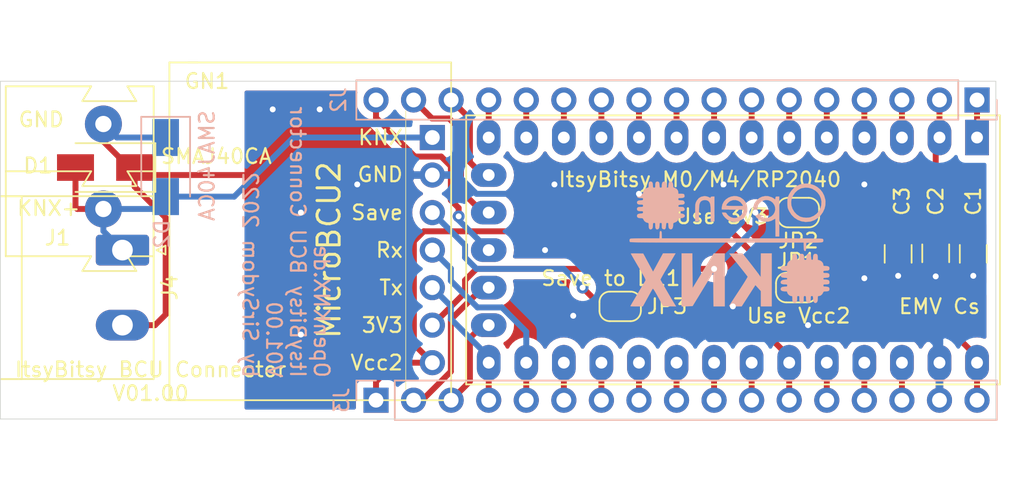
<source format=kicad_pcb>
(kicad_pcb (version 20171130) (host pcbnew "(5.1.4)-1")

  (general
    (thickness 1.6)
    (drawings 13)
    (tracks 169)
    (zones 0)
    (modules 15)
    (nets 38)
  )

  (page A4)
  (title_block
    (date 2022-02-17)
    (rev V01.00)
  )

  (layers
    (0 F.Cu signal hide)
    (31 B.Cu signal)
    (32 B.Adhes user hide)
    (33 F.Adhes user hide)
    (34 B.Paste user)
    (35 F.Paste user hide)
    (36 B.SilkS user)
    (37 F.SilkS user hide)
    (38 B.Mask user)
    (39 F.Mask user hide)
    (40 Dwgs.User user hide)
    (41 Cmts.User user hide)
    (42 Eco1.User user hide)
    (43 Eco2.User user hide)
    (44 Edge.Cuts user)
    (45 Margin user hide)
    (46 B.CrtYd user)
    (47 F.CrtYd user hide)
    (48 B.Fab user)
    (49 F.Fab user hide)
  )

  (setup
    (last_trace_width 0.25)
    (user_trace_width 0.25)
    (user_trace_width 0.4)
    (trace_clearance 0.2)
    (zone_clearance 0.508)
    (zone_45_only no)
    (trace_min 0.2)
    (via_size 0.8)
    (via_drill 0.4)
    (via_min_size 0.4)
    (via_min_drill 0.3)
    (uvia_size 0.3)
    (uvia_drill 0.1)
    (uvias_allowed no)
    (uvia_min_size 0.2)
    (uvia_min_drill 0.1)
    (edge_width 0.05)
    (segment_width 0.2)
    (pcb_text_width 0.3)
    (pcb_text_size 1.5 1.5)
    (mod_edge_width 0.12)
    (mod_text_size 1 1)
    (mod_text_width 0.15)
    (pad_size 1.524 1.524)
    (pad_drill 0.762)
    (pad_to_mask_clearance 0.051)
    (solder_mask_min_width 0.25)
    (aux_axis_origin 0 0)
    (visible_elements 7FFFFFFF)
    (pcbplotparams
      (layerselection 0x010fc_ffffffff)
      (usegerberextensions false)
      (usegerberattributes false)
      (usegerberadvancedattributes false)
      (creategerberjobfile false)
      (excludeedgelayer true)
      (linewidth 0.100000)
      (plotframeref false)
      (viasonmask false)
      (mode 1)
      (useauxorigin false)
      (hpglpennumber 1)
      (hpglpenspeed 20)
      (hpglpendiameter 15.000000)
      (psnegative false)
      (psa4output false)
      (plotreference true)
      (plotvalue true)
      (plotinvisibletext false)
      (padsonsilk false)
      (subtractmaskfromsilk false)
      (outputformat 1)
      (mirror false)
      (drillshape 0)
      (scaleselection 1)
      (outputdirectory "gerbers_ItsyBitsy_BCU_Connector_V01.00"))
  )

  (net 0 "")
  (net 1 "Net-(C1-Pad1)")
  (net 2 "Net-(GN1-Pad3)")
  (net 3 "Net-(GN2-Pad10)")
  (net 4 "Net-(GN2-Pad9)")
  (net 5 "Net-(GN2-Pad6)")
  (net 6 "Net-(GN2-Pad3)")
  (net 7 "Net-(GN1-Pad6)")
  (net 8 "Net-(GN2-Pad33)")
  (net 9 "Net-(GN2-Pad32)")
  (net 10 "Net-(GN2-Pad31)")
  (net 11 "Net-(GN2-Pad30)")
  (net 12 "Net-(GN2-Pad29)")
  (net 13 "Net-(GN2-Pad28)")
  (net 14 "Net-(GN2-Pad14)")
  (net 15 "Net-(GN2-Pad13)")
  (net 16 "Net-(GN2-Pad26)")
  (net 17 "Net-(GN2-Pad12)")
  (net 18 "Net-(GN2-Pad25)")
  (net 19 "Net-(GN2-Pad11)")
  (net 20 "Net-(GN2-Pad24)")
  (net 21 "Net-(GN2-Pad23)")
  (net 22 "Net-(GN2-Pad22)")
  (net 23 "Net-(GN2-Pad8)")
  (net 24 "Net-(GN2-Pad21)")
  (net 25 "Net-(GN2-Pad7)")
  (net 26 "Net-(GN2-Pad20)")
  (net 27 "Net-(GN2-Pad19)")
  (net 28 "Net-(GN2-Pad5)")
  (net 29 "Net-(GN2-Pad18)")
  (net 30 "Net-(GN2-Pad4)")
  (net 31 "Net-(GN2-Pad17)")
  (net 32 "Net-(GN2-Pad1)")
  (net 33 Rx)
  (net 34 Tx)
  (net 35 GND)
  (net 36 "Net-(D1-Pad2)")
  (net 37 Vcc2)

  (net_class Default "This is the default net class."
    (clearance 0.2)
    (trace_width 0.25)
    (via_dia 0.8)
    (via_drill 0.4)
    (uvia_dia 0.3)
    (uvia_drill 0.1)
    (add_net GND)
    (add_net "Net-(C1-Pad1)")
    (add_net "Net-(D1-Pad2)")
    (add_net "Net-(GN1-Pad3)")
    (add_net "Net-(GN1-Pad6)")
    (add_net "Net-(GN2-Pad1)")
    (add_net "Net-(GN2-Pad10)")
    (add_net "Net-(GN2-Pad11)")
    (add_net "Net-(GN2-Pad12)")
    (add_net "Net-(GN2-Pad13)")
    (add_net "Net-(GN2-Pad14)")
    (add_net "Net-(GN2-Pad17)")
    (add_net "Net-(GN2-Pad18)")
    (add_net "Net-(GN2-Pad19)")
    (add_net "Net-(GN2-Pad20)")
    (add_net "Net-(GN2-Pad21)")
    (add_net "Net-(GN2-Pad22)")
    (add_net "Net-(GN2-Pad23)")
    (add_net "Net-(GN2-Pad24)")
    (add_net "Net-(GN2-Pad25)")
    (add_net "Net-(GN2-Pad26)")
    (add_net "Net-(GN2-Pad28)")
    (add_net "Net-(GN2-Pad29)")
    (add_net "Net-(GN2-Pad3)")
    (add_net "Net-(GN2-Pad30)")
    (add_net "Net-(GN2-Pad31)")
    (add_net "Net-(GN2-Pad32)")
    (add_net "Net-(GN2-Pad33)")
    (add_net "Net-(GN2-Pad4)")
    (add_net "Net-(GN2-Pad5)")
    (add_net "Net-(GN2-Pad6)")
    (add_net "Net-(GN2-Pad7)")
    (add_net "Net-(GN2-Pad8)")
    (add_net "Net-(GN2-Pad9)")
    (add_net Rx)
    (add_net Tx)
    (add_net Vcc2)
  )

  (module OpenKNX:OpenKNX_Logo_14x09 (layer B.Cu) (tedit 0) (tstamp 620E8316)
    (at 189 81.5 180)
    (fp_text reference G*** (at 0 0) (layer B.SilkS) hide
      (effects (font (size 1.524 1.524) (thickness 0.3)) (justify mirror))
    )
    (fp_text value LOGO (at 0.75 0) (layer B.SilkS) hide
      (effects (font (size 1.524 1.524) (thickness 0.3)) (justify mirror))
    )
    (fp_poly (pts (xy 1.735464 3.86646) (xy 1.92589 3.822647) (xy 2.0822 3.725377) (xy 2.204987 3.57424)
      (xy 2.234472 3.520149) (xy 2.263618 3.459306) (xy 2.285027 3.403584) (xy 2.29989 3.342042)
      (xy 2.3094 3.26374) (xy 2.31475 3.157737) (xy 2.317131 3.013093) (xy 2.317736 2.818865)
      (xy 2.31775 2.756017) (xy 2.31775 2.159) (xy 2.06375 2.159) (xy 2.063572 2.690813)
      (xy 2.061586 2.929834) (xy 2.054733 3.114695) (xy 2.041406 3.254654) (xy 2.019996 3.358965)
      (xy 1.988895 3.436887) (xy 1.946496 3.497675) (xy 1.918365 3.526608) (xy 1.819605 3.582632)
      (xy 1.692352 3.607083) (xy 1.561563 3.599274) (xy 1.452197 3.558517) (xy 1.427701 3.540125)
      (xy 1.374295 3.485135) (xy 1.334252 3.421997) (xy 1.305731 3.341096) (xy 1.286894 3.232812)
      (xy 1.2759 3.087527) (xy 1.270909 2.895623) (xy 1.27 2.715645) (xy 1.27 2.159)
      (xy 1.016 2.159) (xy 1.016 3.84175) (xy 1.143 3.84175) (xy 1.229742 3.834568)
      (xy 1.266504 3.809795) (xy 1.27 3.79148) (xy 1.28175 3.754231) (xy 1.293812 3.753466)
      (xy 1.44261 3.822868) (xy 1.563401 3.859579) (xy 1.678709 3.869362) (xy 1.735464 3.86646)) (layer B.SilkS) (width 0.01))
    (fp_poly (pts (xy -0.109061 3.841617) (xy 0.080832 3.763404) (xy 0.247788 3.646503) (xy 0.382431 3.496124)
      (xy 0.475384 3.317482) (xy 0.517271 3.115788) (xy 0.517991 3.102279) (xy 0.523875 2.968625)
      (xy -0.218163 2.960093) (xy -0.9602 2.951561) (xy -0.939707 2.849097) (xy -0.893074 2.73288)
      (xy -0.807326 2.611172) (xy -0.700174 2.506819) (xy -0.644752 2.468666) (xy -0.551955 2.429053)
      (xy -0.437339 2.398667) (xy -0.405397 2.393371) (xy -0.251921 2.398222) (xy -0.093974 2.445942)
      (xy 0.0473 2.52699) (xy 0.150758 2.631824) (xy 0.161933 2.649391) (xy 0.211645 2.72144)
      (xy 0.264888 2.753938) (xy 0.349374 2.762165) (xy 0.366609 2.76225) (xy 0.504696 2.76225)
      (xy 0.468727 2.659063) (xy 0.407795 2.549018) (xy 0.306144 2.429302) (xy 0.181087 2.316021)
      (xy 0.049935 2.225286) (xy -0.045613 2.180473) (xy -0.250912 2.13594) (xy -0.4567 2.136816)
      (xy -0.606988 2.171084) (xy -0.830093 2.279175) (xy -1.002613 2.425034) (xy -1.123272 2.606882)
      (xy -1.190797 2.822942) (xy -1.205803 3.007293) (xy -1.181449 3.20675) (xy -0.922381 3.20675)
      (xy -0.350066 3.20675) (xy -0.167366 3.208172) (xy -0.008788 3.212123) (xy 0.115658 3.218128)
      (xy 0.19596 3.225716) (xy 0.22225 3.233805) (xy 0.198138 3.299458) (xy 0.135991 3.38275)
      (xy 0.051089 3.466831) (xy -0.041289 3.534848) (xy -0.060557 3.545698) (xy -0.236843 3.605524)
      (xy -0.418206 3.609055) (xy -0.591487 3.560347) (xy -0.743526 3.463457) (xy -0.861167 3.322439)
      (xy -0.876958 3.294063) (xy -0.922381 3.20675) (xy -1.181449 3.20675) (xy -1.176635 3.246173)
      (xy -1.092155 3.455055) (xy -0.954441 3.630564) (xy -0.765572 3.769324) (xy -0.722602 3.79199)
      (xy -0.520154 3.861122) (xy -0.312515 3.875927) (xy -0.109061 3.841617)) (layer B.SilkS) (width 0.01))
    (fp_poly (pts (xy -5.021791 4.714776) (xy -4.786603 4.663415) (xy -4.563189 4.56677) (xy -4.358602 4.42374)
      (xy -4.179896 4.233225) (xy -4.040897 4.008011) (xy -3.987217 3.896278) (xy -3.952566 3.809027)
      (xy -3.932788 3.726159) (xy -3.923726 3.627578) (xy -3.921222 3.493186) (xy -3.921125 3.429001)
      (xy -3.922234 3.275865) (xy -3.928332 3.166126) (xy -3.943576 3.079688) (xy -3.972124 2.996453)
      (xy -4.018133 2.896323) (xy -4.040897 2.84999) (xy -4.192459 2.611231) (xy -4.385575 2.415999)
      (xy -4.61233 2.268011) (xy -4.864807 2.170984) (xy -5.135088 2.128636) (xy -5.415259 2.144684)
      (xy -5.504887 2.162566) (xy -5.752827 2.251708) (xy -5.975019 2.39167) (xy -6.165535 2.573553)
      (xy -6.318445 2.788455) (xy -6.427821 3.027476) (xy -6.487733 3.281717) (xy -6.49159 3.504081)
      (xy -6.222168 3.504081) (xy -6.212267 3.270536) (xy -6.158442 3.068334) (xy -6.048445 2.858463)
      (xy -5.891986 2.678273) (xy -5.700626 2.537101) (xy -5.485929 2.444286) (xy -5.350193 2.415625)
      (xy -5.177594 2.408785) (xy -4.995695 2.426422) (xy -4.83164 2.464835) (xy -4.751078 2.497316)
      (xy -4.54698 2.633158) (xy -4.381843 2.808519) (xy -4.260404 3.0131) (xy -4.187401 3.236602)
      (xy -4.167573 3.468724) (xy -4.202731 3.689316) (xy -4.29505 3.910447) (xy -4.431318 4.106374)
      (xy -4.601212 4.26631) (xy -4.794405 4.37947) (xy -4.897827 4.415493) (xy -5.145083 4.453104)
      (xy -5.380723 4.434882) (xy -5.598881 4.367097) (xy -5.793693 4.256015) (xy -5.959293 4.107904)
      (xy -6.089816 3.929033) (xy -6.179396 3.725669) (xy -6.222168 3.504081) (xy -6.49159 3.504081)
      (xy -6.492253 3.542276) (xy -6.4807 3.627438) (xy -6.405256 3.898746) (xy -6.285156 4.133572)
      (xy -6.127454 4.330815) (xy -5.939204 4.489374) (xy -5.727458 4.60815) (xy -5.499272 4.686043)
      (xy -5.261698 4.721951) (xy -5.021791 4.714776)) (layer B.SilkS) (width 0.01))
    (fp_poly (pts (xy 4.949752 4.839949) (xy 4.995248 4.781142) (xy 5.014848 4.673224) (xy 5.0165 4.613275)
      (xy 5.018746 4.515553) (xy 5.030457 4.465489) (xy 5.059091 4.447273) (xy 5.095875 4.445)
      (xy 5.144594 4.450809) (xy 5.167848 4.479507) (xy 5.174895 4.548001) (xy 5.17525 4.589963)
      (xy 5.188857 4.732882) (xy 5.228735 4.823067) (xy 5.293464 4.85749) (xy 5.30077 4.85775)
      (xy 5.385594 4.849282) (xy 5.434337 4.81526) (xy 5.456339 4.742763) (xy 5.461 4.636072)
      (xy 5.462661 4.532802) (xy 5.473306 4.476036) (xy 5.501424 4.448781) (xy 5.555508 4.434043)
      (xy 5.562661 4.432606) (xy 5.694143 4.37638) (xy 5.787895 4.273947) (xy 5.830782 4.153152)
      (xy 5.850115 4.03225) (xy 6.014332 4.03225) (xy 6.143447 4.021449) (xy 6.220201 3.985918)
      (xy 6.25249 3.920964) (xy 6.25475 3.889375) (xy 6.236948 3.813248) (xy 6.178141 3.767752)
      (xy 6.070223 3.748152) (xy 6.010275 3.7465) (xy 5.912552 3.744254) (xy 5.862488 3.732543)
      (xy 5.844272 3.703909) (xy 5.842 3.667125) (xy 5.847808 3.618406) (xy 5.876506 3.595152)
      (xy 5.945 3.588105) (xy 5.986962 3.58775) (xy 6.131581 3.574) (xy 6.220224 3.53228)
      (xy 6.254263 3.461883) (xy 6.25475 3.450108) (xy 6.238035 3.371684) (xy 6.182084 3.324785)
      (xy 6.07819 3.304137) (xy 6.010275 3.302) (xy 5.912552 3.299754) (xy 5.862488 3.288043)
      (xy 5.844272 3.259409) (xy 5.842 3.222625) (xy 5.846762 3.17653) (xy 5.87159 3.152915)
      (xy 5.932294 3.144322) (xy 6.010275 3.14325) (xy 6.140537 3.132847) (xy 6.218386 3.098479)
      (xy 6.251924 3.035411) (xy 6.25475 3.000376) (xy 6.236948 2.924248) (xy 6.178141 2.878752)
      (xy 6.070223 2.859152) (xy 6.010275 2.8575) (xy 5.912427 2.855108) (xy 5.862291 2.843225)
      (xy 5.844125 2.814795) (xy 5.842 2.782057) (xy 5.848007 2.738453) (xy 5.87618 2.713504)
      (xy 5.941748 2.699476) (xy 6.019547 2.69189) (xy 6.143859 2.672924) (xy 6.216683 2.635944)
      (xy 6.249296 2.572563) (xy 6.254263 2.517305) (xy 6.227032 2.443314) (xy 6.143836 2.398072)
      (xy 6.004251 2.381362) (xy 5.989101 2.38125) (xy 5.897041 2.376142) (xy 5.848688 2.355211)
      (xy 5.824687 2.310052) (xy 5.824615 2.309813) (xy 5.759138 2.192776) (xy 5.653262 2.107371)
      (xy 5.567047 2.076578) (xy 5.507159 2.062604) (xy 5.475544 2.038201) (xy 5.463169 1.986289)
      (xy 5.461003 1.889789) (xy 5.461 1.876067) (xy 5.450985 1.740105) (xy 5.418555 1.657772)
      (xy 5.360132 1.622058) (xy 5.329917 1.61925) (xy 5.247097 1.646828) (xy 5.19565 1.729577)
      (xy 5.175561 1.867523) (xy 5.17525 1.891393) (xy 5.173125 1.990592) (xy 5.161952 2.041951)
      (xy 5.13453 2.061107) (xy 5.095875 2.06375) (xy 5.051315 2.059529) (xy 5.027588 2.036761)
      (xy 5.01816 1.980293) (xy 5.0165 1.8796) (xy 5.00679 1.742705) (xy 4.975244 1.659441)
      (xy 4.918236 1.622608) (xy 4.885417 1.61925) (xy 4.802597 1.646828) (xy 4.75115 1.729577)
      (xy 4.731061 1.867523) (xy 4.73075 1.891393) (xy 4.728625 1.990592) (xy 4.717452 2.041951)
      (xy 4.69003 2.061107) (xy 4.651375 2.06375) (xy 4.607443 2.059736) (xy 4.583691 2.03777)
      (xy 4.573937 1.982967) (xy 4.572002 1.880441) (xy 4.572 1.87257) (xy 4.56947 1.764385)
      (xy 4.557557 1.70153) (xy 4.529778 1.665902) (xy 4.490159 1.6441) (xy 4.404807 1.621298)
      (xy 4.346075 1.646886) (xy 4.310114 1.725244) (xy 4.293073 1.860747) (xy 4.292672 1.868614)
      (xy 4.285631 1.975917) (xy 4.273364 2.034417) (xy 4.249298 2.0588) (xy 4.206865 2.063749)
      (xy 4.205359 2.06375) (xy 4.160267 2.058832) (xy 4.137078 2.033592) (xy 4.128577 1.972306)
      (xy 4.1275 1.894046) (xy 4.119296 1.773318) (xy 4.091813 1.697804) (xy 4.069437 1.671796)
      (xy 3.985378 1.624093) (xy 3.909166 1.639251) (xy 3.859425 1.689815) (xy 3.82851 1.765945)
      (xy 3.811328 1.871032) (xy 3.81 1.907039) (xy 3.806857 1.997512) (xy 3.787771 2.046051)
      (xy 3.738249 2.074207) (xy 3.686504 2.090699) (xy 3.578418 2.145168) (xy 3.497949 2.227133)
      (xy 3.461428 2.319104) (xy 3.46075 2.332508) (xy 3.444814 2.36296) (xy 3.388735 2.377901)
      (xy 3.302 2.38125) (xy 3.178309 2.397445) (xy 3.080967 2.440626) (xy 3.02456 2.502688)
      (xy 3.01625 2.54) (xy 3.045425 2.608939) (xy 3.123444 2.662941) (xy 3.236044 2.694144)
      (xy 3.304208 2.69875) (xy 3.398814 2.701181) (xy 3.444909 2.713189) (xy 3.457433 2.741853)
      (xy 3.45502 2.770188) (xy 3.441986 2.811293) (xy 3.407162 2.834473) (xy 3.334689 2.8464)
      (xy 3.262585 2.851139) (xy 3.15028 2.861929) (xy 3.084359 2.8834) (xy 3.047896 2.921301)
      (xy 3.046016 2.924706) (xy 3.029651 2.990474) (xy 3.06044 3.063067) (xy 3.06235 3.066005)
      (xy 3.101391 3.111614) (xy 3.154774 3.13487) (xy 3.243117 3.142796) (xy 3.289065 3.14325)
      (xy 3.389261 3.145263) (xy 3.44043 3.155444) (xy 3.457015 3.180013) (xy 3.45502 3.214688)
      (xy 3.441986 3.255793) (xy 3.407162 3.278973) (xy 3.334689 3.2909) (xy 3.262585 3.295639)
      (xy 3.15028 3.306429) (xy 3.084359 3.3279) (xy 3.047896 3.365801) (xy 3.046016 3.369206)
      (xy 3.029651 3.434974) (xy 3.06044 3.507567) (xy 3.06235 3.510505) (xy 3.101765 3.556387)
      (xy 3.15579 3.579623) (xy 3.245237 3.587371) (xy 3.286856 3.58775) (xy 3.386606 3.589831)
      (xy 3.43845 3.600811) (xy 3.45796 3.627798) (xy 3.46075 3.667125) (xy 3.455894 3.713403)
      (xy 3.430743 3.737077) (xy 3.369418 3.745754) (xy 3.294062 3.746987) (xy 3.151869 3.759233)
      (xy 3.065925 3.796792) (xy 3.033132 3.86239) (xy 3.050389 3.958756) (xy 3.051148 3.960813)
      (xy 3.073366 4.000963) (xy 3.113193 4.022525) (xy 3.187591 4.031056) (xy 3.269226 4.03225)
      (xy 3.46075 4.03225) (xy 3.46075 4.138739) (xy 3.489786 4.255174) (xy 3.566194 4.355982)
      (xy 3.673918 4.42245) (xy 3.713792 4.433696) (xy 3.771805 4.450005) (xy 3.800093 4.48099)
      (xy 3.809263 4.545585) (xy 3.81 4.605451) (xy 3.827016 4.740822) (xy 3.878885 4.824091)
      (xy 3.96684 4.857029) (xy 3.985775 4.85775) (xy 4.061567 4.832691) (xy 4.108146 4.755702)
      (xy 4.126946 4.624073) (xy 4.1275 4.589963) (xy 4.131531 4.499883) (xy 4.148323 4.456957)
      (xy 4.184922 4.4451) (xy 4.191 4.445) (xy 4.229301 4.453485) (xy 4.248272 4.489395)
      (xy 4.254275 4.568413) (xy 4.2545 4.601483) (xy 4.270827 4.738005) (xy 4.320948 4.82222)
      (xy 4.406571 4.85662) (xy 4.430275 4.85775) (xy 4.506067 4.832691) (xy 4.552646 4.755702)
      (xy 4.571446 4.624073) (xy 4.572 4.589963) (xy 4.57518 4.500986) (xy 4.590894 4.458517)
      (xy 4.628398 4.445648) (xy 4.651375 4.445) (xy 4.69747 4.449763) (xy 4.721085 4.474591)
      (xy 4.729678 4.535295) (xy 4.73075 4.613275) (xy 4.741153 4.743538) (xy 4.775521 4.821387)
      (xy 4.838589 4.854925) (xy 4.873625 4.857751) (xy 4.949752 4.839949)) (layer B.SilkS) (width 0.01))
    (fp_poly (pts (xy -2.198621 3.829856) (xy -2.004309 3.733122) (xy -1.836463 3.588729) (xy -1.704548 3.400379)
      (xy -1.674901 3.339274) (xy -1.634775 3.192296) (xy -1.622609 3.014265) (xy -1.637582 2.830731)
      (xy -1.678873 2.667244) (xy -1.697942 2.622442) (xy -1.822479 2.433399) (xy -1.985456 2.287936)
      (xy -2.176608 2.188893) (xy -2.385668 2.139109) (xy -2.60237 2.141423) (xy -2.816448 2.198673)
      (xy -2.960007 2.273445) (xy -3.035168 2.319542) (xy -3.085811 2.346558) (xy -3.094945 2.3495)
      (xy -3.1001 2.319376) (xy -3.104601 2.235505) (xy -3.108179 2.107638) (xy -3.110567 1.945526)
      (xy -3.111497 1.758922) (xy -3.1115 1.74625) (xy -3.1115 1.143) (xy -3.3655 1.143)
      (xy -3.3655 2.965573) (xy -3.096878 2.965573) (xy -3.057985 2.790359) (xy -2.9685 2.633717)
      (xy -2.834841 2.506473) (xy -2.663424 2.419455) (xy -2.642742 2.412864) (xy -2.51931 2.387218)
      (xy -2.400827 2.393491) (xy -2.308945 2.41491) (xy -2.14952 2.489021) (xy -2.022645 2.606194)
      (xy -1.932563 2.753883) (xy -1.883518 2.919543) (xy -1.879756 3.090628) (xy -1.92552 3.254592)
      (xy -1.989613 3.358813) (xy -2.133421 3.496303) (xy -2.295988 3.580573) (xy -2.467108 3.613593)
      (xy -2.636577 3.597333) (xy -2.79419 3.533763) (xy -2.929742 3.424855) (xy -3.033028 3.272578)
      (xy -3.078763 3.148531) (xy -3.096878 2.965573) (xy -3.3655 2.965573) (xy -3.3655 3.84175)
      (xy -3.2385 3.84175) (xy -3.157067 3.837989) (xy -3.120867 3.817606) (xy -3.111701 3.766954)
      (xy -3.1115 3.7465) (xy -3.099465 3.674008) (xy -3.06942 3.651499) (xy -3.030457 3.685702)
      (xy -3.030109 3.686264) (xy -2.991008 3.71822) (xy -2.913165 3.763523) (xy -2.845672 3.797078)
      (xy -2.62877 3.865536) (xy -2.40993 3.875228) (xy -2.198621 3.829856)) (layer B.SilkS) (width 0.01))
    (fp_poly (pts (xy 4.683709 1.502078) (xy 4.703764 1.475341) (xy 4.715352 1.415021) (xy 4.722286 1.308226)
      (xy 4.724148 1.262063) (xy 4.733421 1.016) (xy 5.709985 1.016) (xy 6.00975 1.015255)
      (xy 6.250526 1.012906) (xy 6.43681 1.008785) (xy 6.573097 1.002723) (xy 6.663883 0.994551)
      (xy 6.713664 0.9841) (xy 6.724649 0.977901) (xy 6.758697 0.905368) (xy 6.753628 0.819315)
      (xy 6.724649 0.76835) (xy 6.7059 0.763456) (xy 6.658424 0.758962) (xy 6.580086 0.754856)
      (xy 6.468747 0.751122) (xy 6.322272 0.747748) (xy 6.138521 0.74472) (xy 5.91536 0.742023)
      (xy 5.650649 0.739644) (xy 5.342252 0.737569) (xy 4.988031 0.735785) (xy 4.58585 0.734276)
      (xy 4.133571 0.733031) (xy 3.629057 0.732034) (xy 3.070171 0.731272) (xy 2.454775 0.730731)
      (xy 1.780733 0.730397) (xy 1.045906 0.730257) (xy 0.836261 0.73025) (xy -5.014028 0.73025)
      (xy -5.023202 0.452438) (xy -5.028755 0.318741) (xy -5.036977 0.235758) (xy -5.051391 0.190708)
      (xy -5.075522 0.170811) (xy -5.102547 0.164646) (xy -5.136167 0.163356) (xy -5.15747 0.179024)
      (xy -5.169938 0.22349) (xy -5.177056 0.308595) (xy -5.181922 0.434521) (xy -5.191125 0.714375)
      (xy -5.728578 0.723106) (xy -5.939877 0.72859) (xy -6.109864 0.737241) (xy -6.231855 0.748557)
      (xy -6.299166 0.762036) (xy -6.308016 0.766681) (xy -6.344161 0.832112) (xy -6.3439 0.915613)
      (xy -6.311901 0.9779) (xy -6.292888 0.982979) (xy -6.244972 0.987625) (xy -6.165937 0.991855)
      (xy -6.053564 0.995683) (xy -5.905638 0.999126) (xy -5.71994 1.002199) (xy -5.494256 1.004917)
      (xy -5.226367 1.007295) (xy -4.914057 1.00935) (xy -4.55511 1.011096) (xy -4.147308 1.012549)
      (xy -3.688434 1.013726) (xy -3.176271 1.01464) (xy -2.608604 1.015307) (xy -1.983215 1.015744)
      (xy -1.297887 1.015965) (xy -0.852236 1.016) (xy 4.569328 1.016) (xy 4.578601 1.262063)
      (xy 4.584851 1.386478) (xy 4.594532 1.460286) (xy 4.611459 1.496381) (xy 4.639444 1.507654)
      (xy 4.651375 1.508125) (xy 4.683709 1.502078)) (layer B.SilkS) (width 0.01))
    (fp_poly (pts (xy -4.344835 -0.040245) (xy -4.300686 -0.073895) (xy -4.273887 -0.144944) (xy -4.256763 -0.265638)
      (xy -4.254835 -0.28575) (xy -4.24286 -0.386413) (xy -4.224926 -0.440089) (xy -4.191914 -0.463211)
      (xy -4.152453 -0.470311) (xy -4.061373 -0.508393) (xy -3.978171 -0.587927) (xy -3.920711 -0.687659)
      (xy -3.90525 -0.764436) (xy -3.901967 -0.818062) (xy -3.881552 -0.845629) (xy -3.828159 -0.855802)
      (xy -3.735546 -0.85725) (xy -3.592178 -0.874173) (xy -3.501564 -0.92545) (xy -3.462574 -1.011835)
      (xy -3.46075 -1.041195) (xy -3.486666 -1.111636) (xy -3.565999 -1.155524) (xy -3.701128 -1.173978)
      (xy -3.744413 -1.17475) (xy -3.839406 -1.177246) (xy -3.887084 -1.190046) (xy -3.90359 -1.221116)
      (xy -3.90525 -1.254125) (xy -3.900638 -1.299808) (xy -3.876376 -1.32346) (xy -3.816832 -1.332282)
      (xy -3.732893 -1.3335) (xy -3.588353 -1.34874) (xy -3.498399 -1.394949) (xy -3.461783 -1.472855)
      (xy -3.46075 -1.49225) (xy -3.486878 -1.576565) (xy -3.566092 -1.629038) (xy -3.699645 -1.650397)
      (xy -3.732893 -1.651) (xy -3.833009 -1.653829) (xy -3.884864 -1.666033) (xy -3.903587 -1.693185)
      (xy -3.90525 -1.7145) (xy -3.895222 -1.755128) (xy -3.854205 -1.773863) (xy -3.770313 -1.778468)
      (xy -3.627615 -1.795229) (xy -3.524635 -1.841262) (xy -3.470754 -1.911848) (xy -3.466251 -1.931354)
      (xy -3.471261 -2.013212) (xy -3.518948 -2.064839) (xy -3.615979 -2.090571) (xy -3.718638 -2.0955)
      (xy -3.822872 -2.097263) (xy -3.87868 -2.106825) (xy -3.90112 -2.13059) (xy -3.90525 -2.174875)
      (xy -3.900638 -2.220558) (xy -3.876376 -2.24421) (xy -3.816832 -2.253032) (xy -3.732893 -2.25425)
      (xy -3.588353 -2.26949) (xy -3.498399 -2.315699) (xy -3.461783 -2.393605) (xy -3.46075 -2.413)
      (xy -3.486878 -2.497315) (xy -3.566092 -2.549788) (xy -3.699645 -2.571147) (xy -3.732893 -2.57175)
      (xy -3.832768 -2.574443) (xy -3.884501 -2.586416) (xy -3.90336 -2.61351) (xy -3.90525 -2.637692)
      (xy -3.931495 -2.713746) (xy -3.996734 -2.793641) (xy -4.080729 -2.858337) (xy -4.16324 -2.888797)
      (xy -4.172683 -2.88925) (xy -4.218075 -2.893008) (xy -4.242541 -2.914254) (xy -4.252533 -2.967947)
      (xy -4.254497 -3.069043) (xy -4.2545 -3.079018) (xy -4.257712 -3.189086) (xy -4.271647 -3.255452)
      (xy -4.302759 -3.29777) (xy -4.333875 -3.320794) (xy -4.396017 -3.354388) (xy -4.444877 -3.348954)
      (xy -4.492625 -3.320794) (xy -4.537784 -3.283528) (xy -4.561724 -3.234525) (xy -4.570898 -3.154132)
      (xy -4.572 -3.079018) (xy -4.573696 -2.973692) (xy -4.58295 -2.916915) (xy -4.606009 -2.893748)
      (xy -4.649121 -2.889252) (xy -4.651375 -2.88925) (xy -4.69399 -2.892852) (xy -4.717756 -2.913208)
      (xy -4.728162 -2.964642) (xy -4.730702 -3.061476) (xy -4.73075 -3.096305) (xy -4.733034 -3.209989)
      (xy -4.743399 -3.277113) (xy -4.767113 -3.314558) (xy -4.806109 -3.337697) (xy -4.892737 -3.355107)
      (xy -4.948984 -3.335899) (xy -4.986343 -3.307228) (xy -5.006863 -3.26062) (xy -5.015278 -3.179157)
      (xy -5.0165 -3.094507) (xy -5.01791 -2.98394) (xy -5.025848 -2.922482) (xy -5.045876 -2.895748)
      (xy -5.083556 -2.889355) (xy -5.095875 -2.88925) (xy -5.141335 -2.893782) (xy -5.165006 -2.917741)
      (xy -5.17395 -2.976663) (xy -5.17525 -3.063875) (xy -5.182567 -3.184114) (xy -5.208108 -3.262359)
      (xy -5.23875 -3.302) (xy -5.322961 -3.359996) (xy -5.394903 -3.358948) (xy -5.450074 -3.302836)
      (xy -5.483972 -3.195639) (xy -5.49275 -3.077482) (xy -5.494479 -2.972686) (xy -5.503881 -2.91638)
      (xy -5.527279 -2.893567) (xy -5.570998 -2.88925) (xy -5.572125 -2.88925) (xy -5.617585 -2.893782)
      (xy -5.641256 -2.917741) (xy -5.6502 -2.976663) (xy -5.6515 -3.063875) (xy -5.666908 -3.199058)
      (xy -5.708249 -3.297941) (xy -5.768196 -3.353789) (xy -5.839427 -3.35987) (xy -5.914614 -3.30945)
      (xy -5.916455 -3.307437) (xy -5.953937 -3.229186) (xy -5.968654 -3.099007) (xy -5.969 -3.069312)
      (xy -5.971679 -2.966324) (xy -5.983104 -2.911961) (xy -6.008363 -2.891452) (xy -6.031007 -2.88925)
      (xy -6.156585 -2.859418) (xy -6.258932 -2.775686) (xy -6.308425 -2.693681) (xy -6.343851 -2.621782)
      (xy -6.381827 -2.585737) (xy -6.444247 -2.573184) (xy -6.524386 -2.57175) (xy -6.6502 -2.561726)
      (xy -6.724908 -2.527136) (xy -6.758363 -2.461203) (xy -6.76275 -2.407767) (xy -6.742133 -2.327712)
      (xy -6.676352 -2.278318) (xy -6.55952 -2.256211) (xy -6.494963 -2.25425) (xy -6.405986 -2.251069)
      (xy -6.363517 -2.235355) (xy -6.350648 -2.197851) (xy -6.35 -2.174875) (xy -6.355262 -2.127477)
      (xy -6.381952 -2.104014) (xy -6.446433 -2.09617) (xy -6.506154 -2.0955) (xy -6.634506 -2.090916)
      (xy -6.711898 -2.072517) (xy -6.750499 -2.033326) (xy -6.762478 -1.96637) (xy -6.76275 -1.948442)
      (xy -6.744464 -1.863144) (xy -6.684879 -1.809288) (xy -6.576909 -1.782677) (xy -6.474934 -1.778)
      (xy -6.392674 -1.772485) (xy -6.356689 -1.750284) (xy -6.35 -1.7145) (xy -6.357871 -1.677268)
      (xy -6.39166 -1.658189) (xy -6.466635 -1.651501) (xy -6.518275 -1.651) (xy -6.646407 -1.641336)
      (xy -6.723069 -1.608171) (xy -6.757907 -1.54524) (xy -6.76275 -1.49225) (xy -6.747869 -1.409047)
      (xy -6.696795 -1.359267) (xy -6.599881 -1.336645) (xy -6.518275 -1.3335) (xy -6.420553 -1.331253)
      (xy -6.370489 -1.319542) (xy -6.352273 -1.290908) (xy -6.35 -1.254125) (xy -6.354763 -1.208029)
      (xy -6.379591 -1.184414) (xy -6.440295 -1.175821) (xy -6.518275 -1.17475) (xy -6.645883 -1.165275)
      (xy -6.722232 -1.132379) (xy -6.757323 -1.069352) (xy -6.76275 -1.010767) (xy -6.742133 -0.930712)
      (xy -6.676352 -0.881318) (xy -6.55952 -0.859211) (xy -6.494963 -0.85725) (xy -6.405596 -0.853701)
      (xy -6.362926 -0.83759) (xy -6.350301 -0.800715) (xy -6.349882 -0.785812) (xy -6.320515 -0.665778)
      (xy -6.242919 -0.56043) (xy -6.132247 -0.488329) (xy -6.097449 -0.476639) (xy -5.969 -0.442052)
      (xy -5.969 -0.275001) (xy -5.95942 -0.14775) (xy -5.926194 -0.071729) (xy -5.862599 -0.036962)
      (xy -5.805018 -0.03175) (xy -5.724963 -0.052367) (xy -5.675569 -0.118148) (xy -5.653462 -0.23498)
      (xy -5.6515 -0.299537) (xy -5.647148 -0.390214) (xy -5.629817 -0.433332) (xy -5.593097 -0.444495)
      (xy -5.591932 -0.4445) (xy -5.55633 -0.433913) (xy -5.534746 -0.392718) (xy -5.521258 -0.306762)
      (xy -5.51764 -0.266952) (xy -5.498429 -0.142123) (xy -5.461119 -0.069008) (xy -5.397802 -0.036644)
      (xy -5.348288 -0.032236) (xy -5.272931 -0.049917) (xy -5.227838 -0.109501) (xy -5.208518 -0.218742)
      (xy -5.207 -0.276225) (xy -5.204754 -0.373947) (xy -5.193043 -0.424011) (xy -5.164409 -0.442227)
      (xy -5.127625 -0.4445) (xy -5.078906 -0.438691) (xy -5.055652 -0.409993) (xy -5.048605 -0.341499)
      (xy -5.04825 -0.299537) (xy -5.036431 -0.159893) (xy -4.99872 -0.073734) (xy -4.931743 -0.035171)
      (xy -4.894733 -0.03175) (xy -4.80914 -0.045875) (xy -4.757929 -0.094918) (xy -4.734391 -0.188882)
      (xy -4.73075 -0.276225) (xy -4.728504 -0.373947) (xy -4.716793 -0.424011) (xy -4.688159 -0.442227)
      (xy -4.651375 -0.4445) (xy -4.602656 -0.438691) (xy -4.579402 -0.409993) (xy -4.572355 -0.341499)
      (xy -4.572001 -0.299537) (xy -4.560614 -0.160923) (xy -4.523812 -0.075354) (xy -4.457627 -0.036108)
      (xy -4.414007 -0.03175) (xy -4.344835 -0.040245)) (layer B.SilkS) (width 0.01))
    (fp_poly (pts (xy 4.06892 -0.000107) (xy 4.492625 -0.000214) (xy 4.829873 -0.620964) (xy 5.167122 -1.241713)
      (xy 5.49888 -0.628794) (xy 5.830639 -0.015875) (xy 6.249069 -0.007015) (xy 6.403708 -0.005141)
      (xy 6.532543 -0.006245) (xy 6.623872 -0.010026) (xy 6.665997 -0.016182) (xy 6.6675 -0.017817)
      (xy 6.651994 -0.049007) (xy 6.608042 -0.12818) (xy 6.539489 -0.248645) (xy 6.450179 -0.403709)
      (xy 6.343959 -0.586681) (xy 6.224674 -0.790869) (xy 6.157294 -0.905704) (xy 6.013329 -1.151621)
      (xy 5.899301 -1.348951) (xy 5.812278 -1.503437) (xy 5.749323 -1.620821) (xy 5.707504 -1.706846)
      (xy 5.683886 -1.767253) (xy 5.675535 -1.807787) (xy 5.679516 -1.834189) (xy 5.681149 -1.837575)
      (xy 5.705481 -1.880188) (xy 5.757911 -1.970086) (xy 5.834132 -2.099948) (xy 5.929835 -2.262451)
      (xy 6.040711 -2.450272) (xy 6.162453 -2.656089) (xy 6.20723 -2.731694) (xy 6.329848 -2.939063)
      (xy 6.44131 -3.128345) (xy 6.537672 -3.292778) (xy 6.61499 -3.425602) (xy 6.66932 -3.520058)
      (xy 6.696716 -3.569384) (xy 6.69925 -3.574959) (xy 6.669445 -3.579671) (xy 6.587808 -3.583601)
      (xy 6.466007 -3.586395) (xy 6.315708 -3.587698) (xy 6.277817 -3.58775) (xy 5.856384 -3.58775)
      (xy 5.539629 -3.011557) (xy 5.442626 -2.835769) (xy 5.35451 -2.677341) (xy 5.28037 -2.54532)
      (xy 5.225294 -2.448755) (xy 5.194369 -2.396692) (xy 5.191111 -2.391831) (xy 5.172294 -2.391101)
      (xy 5.138566 -2.42564) (xy 5.087045 -2.499879) (xy 5.014852 -2.618249) (xy 4.919105 -2.785182)
      (xy 4.82173 -2.960086) (xy 4.484111 -3.571875) (xy 4.047549 -3.580736) (xy 3.610986 -3.589597)
      (xy 3.657716 -3.517236) (xy 3.712456 -3.429808) (xy 3.788057 -3.305288) (xy 3.879851 -3.15171)
      (xy 3.983171 -2.977107) (xy 4.093348 -2.789512) (xy 4.205716 -2.596959) (xy 4.315606 -2.407482)
      (xy 4.418351 -2.229113) (xy 4.509283 -2.069886) (xy 4.583734 -1.937835) (xy 4.637038 -1.840992)
      (xy 4.664525 -1.787392) (xy 4.66725 -1.77975) (xy 4.651721 -1.74321) (xy 4.607972 -1.65972)
      (xy 4.540261 -1.536896) (xy 4.452842 -1.382356) (xy 4.349973 -1.203715) (xy 4.24366 -1.021759)
      (xy 4.124752 -0.819524) (xy 4.011822 -0.627301) (xy 3.91031 -0.454363) (xy 3.825661 -0.309987)
      (xy 3.763315 -0.203449) (xy 3.732643 -0.150812) (xy 3.645216 0) (xy 4.06892 -0.000107)) (layer B.SilkS) (width 0.01))
    (fp_poly (pts (xy 1.77839 -1.173301) (xy 2.492375 -2.346603) (xy 2.500698 -1.173301) (xy 2.509022 0)
      (xy 3.2385 0) (xy 3.2385 -3.589765) (xy 2.866609 -3.58082) (xy 2.494719 -3.571875)
      (xy 1.095375 -1.277711) (xy 1.087046 -2.43273) (xy 1.078717 -3.58775) (xy 0.3175 -3.58775)
      (xy 0.3175 0) (xy 1.064405 0) (xy 1.77839 -1.173301)) (layer B.SilkS) (width 0.01))
    (fp_poly (pts (xy -2.111375 -1.60184) (xy -1.985555 -1.427982) (xy -1.894002 -1.303512) (xy -1.782885 -1.155661)
      (xy -1.658093 -0.991942) (xy -1.525518 -0.819866) (xy -1.391052 -0.646948) (xy -1.260585 -0.480699)
      (xy -1.140009 -0.328632) (xy -1.035216 -0.198259) (xy -0.952096 -0.097094) (xy -0.89654 -0.032648)
      (xy -0.875464 -0.012378) (xy -0.831242 -0.007704) (xy -0.736606 -0.005036) (xy -0.604612 -0.004526)
      (xy -0.448319 -0.006331) (xy -0.41582 -0.006971) (xy 0.006532 -0.015875) (xy -0.603679 -0.777875)
      (xy -0.755917 -0.96862) (xy -0.895294 -1.144475) (xy -1.016824 -1.299054) (xy -1.115526 -1.425973)
      (xy -1.186416 -1.518846) (xy -1.224509 -1.57129) (xy -1.229501 -1.579651) (xy -1.216167 -1.614386)
      (xy -1.171348 -1.695761) (xy -1.098842 -1.817618) (xy -1.00245 -1.973803) (xy -0.88597 -2.158159)
      (xy -0.753202 -2.364532) (xy -0.607946 -2.586766) (xy -0.606681 -2.588686) (xy -0.461086 -2.810121)
      (xy -0.327153 -3.014577) (xy -0.208763 -3.196072) (xy -0.109797 -3.348623) (xy -0.034136 -3.466247)
      (xy 0.014338 -3.542961) (xy 0.031745 -3.572782) (xy 0.03175 -3.572848) (xy 0.001927 -3.578291)
      (xy -0.079834 -3.582843) (xy -0.201973 -3.586103) (xy -0.352932 -3.587669) (xy -0.397528 -3.58775)
      (xy -0.826805 -3.58775) (xy -1.046046 -3.246437) (xy -1.152919 -3.080087) (xy -1.277938 -2.885537)
      (xy -1.404902 -2.687997) (xy -1.50899 -2.526083) (xy -1.752694 -2.147041) (xy -2.124488 -2.555875)
      (xy -2.125869 -3.071812) (xy -2.12725 -3.58775) (xy -2.8575 -3.58775) (xy -2.8575 0)
      (xy -2.128341 0) (xy -2.111375 -1.60184)) (layer B.SilkS) (width 0.01))
  )

  (module Connector_PinHeader_2.54mm:PinHeader_1x17_P2.54mm_Vertical (layer B.Cu) (tedit 59FED5CC) (tstamp 60254BBE)
    (at 165.1 91.44 270)
    (descr "Through hole straight pin header, 1x17, 2.54mm pitch, single row")
    (tags "Through hole pin header THT 1x17 2.54mm single row")
    (path /6025A58B)
    (fp_text reference J3 (at 0 2.33 270) (layer B.SilkS)
      (effects (font (size 1 1) (thickness 0.15)) (justify mirror))
    )
    (fp_text value Conn_01x17_Male (at 0 -42.97 270) (layer B.Fab)
      (effects (font (size 1 1) (thickness 0.15)) (justify mirror))
    )
    (fp_text user %R (at 0 -20.32) (layer B.Fab)
      (effects (font (size 1 1) (thickness 0.15)) (justify mirror))
    )
    (fp_line (start 1.8 1.8) (end -1.8 1.8) (layer B.CrtYd) (width 0.05))
    (fp_line (start 1.8 -42.45) (end 1.8 1.8) (layer B.CrtYd) (width 0.05))
    (fp_line (start -1.8 -42.45) (end 1.8 -42.45) (layer B.CrtYd) (width 0.05))
    (fp_line (start -1.8 1.8) (end -1.8 -42.45) (layer B.CrtYd) (width 0.05))
    (fp_line (start -1.33 1.33) (end 0 1.33) (layer B.SilkS) (width 0.12))
    (fp_line (start -1.33 0) (end -1.33 1.33) (layer B.SilkS) (width 0.12))
    (fp_line (start -1.33 -1.27) (end 1.33 -1.27) (layer B.SilkS) (width 0.12))
    (fp_line (start 1.33 -1.27) (end 1.33 -41.97) (layer B.SilkS) (width 0.12))
    (fp_line (start -1.33 -1.27) (end -1.33 -41.97) (layer B.SilkS) (width 0.12))
    (fp_line (start -1.33 -41.97) (end 1.33 -41.97) (layer B.SilkS) (width 0.12))
    (fp_line (start -1.27 0.635) (end -0.635 1.27) (layer B.Fab) (width 0.1))
    (fp_line (start -1.27 -41.91) (end -1.27 0.635) (layer B.Fab) (width 0.1))
    (fp_line (start 1.27 -41.91) (end -1.27 -41.91) (layer B.Fab) (width 0.1))
    (fp_line (start 1.27 1.27) (end 1.27 -41.91) (layer B.Fab) (width 0.1))
    (fp_line (start -0.635 1.27) (end 1.27 1.27) (layer B.Fab) (width 0.1))
    (pad 17 thru_hole oval (at 0 -40.64 270) (size 1.7 1.7) (drill 1) (layers *.Cu *.Mask)
      (net 13 "Net-(GN2-Pad28)"))
    (pad 16 thru_hole oval (at 0 -38.1 270) (size 1.7 1.7) (drill 1) (layers *.Cu *.Mask)
      (net 35 GND))
    (pad 15 thru_hole oval (at 0 -35.56 270) (size 1.7 1.7) (drill 1) (layers *.Cu *.Mask)
      (net 16 "Net-(GN2-Pad26)"))
    (pad 14 thru_hole oval (at 0 -33.02 270) (size 1.7 1.7) (drill 1) (layers *.Cu *.Mask)
      (net 18 "Net-(GN2-Pad25)"))
    (pad 13 thru_hole oval (at 0 -30.48 270) (size 1.7 1.7) (drill 1) (layers *.Cu *.Mask)
      (net 20 "Net-(GN2-Pad24)"))
    (pad 12 thru_hole oval (at 0 -27.94 270) (size 1.7 1.7) (drill 1) (layers *.Cu *.Mask)
      (net 21 "Net-(GN2-Pad23)"))
    (pad 11 thru_hole oval (at 0 -25.4 270) (size 1.7 1.7) (drill 1) (layers *.Cu *.Mask)
      (net 22 "Net-(GN2-Pad22)"))
    (pad 10 thru_hole oval (at 0 -22.86 270) (size 1.7 1.7) (drill 1) (layers *.Cu *.Mask)
      (net 24 "Net-(GN2-Pad21)"))
    (pad 9 thru_hole oval (at 0 -20.32 270) (size 1.7 1.7) (drill 1) (layers *.Cu *.Mask)
      (net 26 "Net-(GN2-Pad20)"))
    (pad 8 thru_hole oval (at 0 -17.78 270) (size 1.7 1.7) (drill 1) (layers *.Cu *.Mask)
      (net 27 "Net-(GN2-Pad19)"))
    (pad 7 thru_hole oval (at 0 -15.24 270) (size 1.7 1.7) (drill 1) (layers *.Cu *.Mask)
      (net 29 "Net-(GN2-Pad18)"))
    (pad 6 thru_hole oval (at 0 -12.7 270) (size 1.7 1.7) (drill 1) (layers *.Cu *.Mask)
      (net 31 "Net-(GN2-Pad17)"))
    (pad 5 thru_hole oval (at 0 -10.16 270) (size 1.7 1.7) (drill 1) (layers *.Cu *.Mask)
      (net 34 Tx))
    (pad 4 thru_hole oval (at 0 -7.62 270) (size 1.7 1.7) (drill 1) (layers *.Cu *.Mask)
      (net 33 Rx))
    (pad 3 thru_hole oval (at 0 -5.08 270) (size 1.7 1.7) (drill 1) (layers *.Cu *.Mask)
      (net 8 "Net-(GN2-Pad33)"))
    (pad 2 thru_hole oval (at 0 -2.54 270) (size 1.7 1.7) (drill 1) (layers *.Cu *.Mask)
      (net 9 "Net-(GN2-Pad32)"))
    (pad 1 thru_hole rect (at 0 0 270) (size 1.7 1.7) (drill 1) (layers *.Cu *.Mask)
      (net 37 Vcc2))
    (model ${KISYS3DMOD}/Connector_PinHeader_2.54mm.3dshapes/PinHeader_1x17_P2.54mm_Vertical.wrl
      (at (xyz 0 0 0))
      (scale (xyz 1 1 1))
      (rotate (xyz 0 0 0))
    )
  )

  (module Connector_Phoenix_MSTB:PhoenixContact_MSTBA_2,5_2-G-5,08_1x02_P5.08mm_Horizontal (layer F.Cu) (tedit 5B785047) (tstamp 5FF67A4C)
    (at 147.955 81.28 270)
    (descr "Generic Phoenix Contact connector footprint for: MSTBA_2,5/2-G-5,08; number of pins: 02; pin pitch: 5.08mm; Angled || order number: 1757242 12A || order number: 1923869 16A (HC)")
    (tags "phoenix_contact connector MSTBA_01x02_G_5.08mm")
    (path /5FFA0D53)
    (fp_text reference J4 (at 2.54 -3.2 90) (layer F.SilkS)
      (effects (font (size 1 1) (thickness 0.15)))
    )
    (fp_text value Conn_KNX (at 2.54 11.2 90) (layer F.Fab)
      (effects (font (size 1 1) (thickness 0.15)))
    )
    (fp_text user %R (at 2.54 -1.3 90) (layer F.Fab)
      (effects (font (size 1 1) (thickness 0.15)))
    )
    (fp_line (start 0 -0.5) (end -0.95 -2) (layer F.Fab) (width 0.1))
    (fp_line (start 0.95 -2) (end 0 -0.5) (layer F.Fab) (width 0.1))
    (fp_line (start -0.3 -2.91) (end 0.3 -2.91) (layer F.SilkS) (width 0.12))
    (fp_line (start 0 -2.31) (end -0.3 -2.91) (layer F.SilkS) (width 0.12))
    (fp_line (start 0.3 -2.91) (end 0 -2.31) (layer F.SilkS) (width 0.12))
    (fp_line (start 9.12 -2.5) (end -4.04 -2.5) (layer F.CrtYd) (width 0.05))
    (fp_line (start 9.12 10.5) (end 9.12 -2.5) (layer F.CrtYd) (width 0.05))
    (fp_line (start -4.04 10.5) (end 9.12 10.5) (layer F.CrtYd) (width 0.05))
    (fp_line (start -4.04 -2.5) (end -4.04 10.5) (layer F.CrtYd) (width 0.05))
    (fp_line (start 4.33 8.61) (end 4.08 10.11) (layer F.SilkS) (width 0.12))
    (fp_line (start 5.83 8.61) (end 4.33 8.61) (layer F.SilkS) (width 0.12))
    (fp_line (start 6.08 10.11) (end 5.83 8.61) (layer F.SilkS) (width 0.12))
    (fp_line (start 4.08 10.11) (end 6.08 10.11) (layer F.SilkS) (width 0.12))
    (fp_line (start -0.75 8.61) (end -1 10.11) (layer F.SilkS) (width 0.12))
    (fp_line (start 0.75 8.61) (end -0.75 8.61) (layer F.SilkS) (width 0.12))
    (fp_line (start 1 10.11) (end 0.75 8.61) (layer F.SilkS) (width 0.12))
    (fp_line (start -1 10.11) (end 1 10.11) (layer F.SilkS) (width 0.12))
    (fp_line (start 8.73 8.61) (end -3.65 8.61) (layer F.SilkS) (width 0.12))
    (fp_line (start 8.73 6.81) (end 8.73 8.61) (layer F.SilkS) (width 0.12))
    (fp_line (start -3.65 6.81) (end 8.73 6.81) (layer F.SilkS) (width 0.12))
    (fp_line (start -3.65 8.61) (end -3.65 6.81) (layer F.SilkS) (width 0.12))
    (fp_line (start 8.62 -2) (end -3.54 -2) (layer F.Fab) (width 0.1))
    (fp_line (start 8.62 10) (end 8.62 -2) (layer F.Fab) (width 0.1))
    (fp_line (start -3.54 10) (end 8.62 10) (layer F.Fab) (width 0.1))
    (fp_line (start -3.54 -2) (end -3.54 10) (layer F.Fab) (width 0.1))
    (fp_line (start 8.73 -2.11) (end -3.65 -2.11) (layer F.SilkS) (width 0.12))
    (fp_line (start 8.73 10.11) (end 8.73 -2.11) (layer F.SilkS) (width 0.12))
    (fp_line (start -3.65 10.11) (end 8.73 10.11) (layer F.SilkS) (width 0.12))
    (fp_line (start -3.65 -2.11) (end -3.65 10.11) (layer F.SilkS) (width 0.12))
    (pad 2 thru_hole oval (at 5.08 0 270) (size 2.08 3.6) (drill 1.4) (layers *.Cu *.Mask)
      (net 35 GND))
    (pad 1 thru_hole roundrect (at 0 0 270) (size 2.08 3.6) (drill 1.4) (layers *.Cu *.Mask) (roundrect_rratio 0.120192)
      (net 36 "Net-(D1-Pad2)"))
    (model ${KISYS3DMOD}/Connector_Phoenix_MSTB.3dshapes/PhoenixContact_MSTBA_2,5_2-G-5,08_1x02_P5.08mm_Horizontal.wrl
      (at (xyz 0 0 0))
      (scale (xyz 1 1 1))
      (rotate (xyz 0 0 0))
    )
  )

  (module sirsydom:KNX_Connector (layer F.Cu) (tedit 5FE3AED0) (tstamp 5FF6799A)
    (at 147.066 75.946)
    (descr "Through hole straight pin header, 2x05, 2.54mm pitch, double rows")
    (tags "Through hole pin header THT 2x05 2.54mm double row")
    (path /5FFAF221)
    (fp_text reference J1 (at -3.5 4.5) (layer F.SilkS)
      (effects (font (size 1 1) (thickness 0.15)))
    )
    (fp_text value Conn_KNX (at -2 -1) (layer F.Fab)
      (effects (font (size 0.8 0.8) (thickness 0.1)))
    )
    (fp_line (start -2.25 7) (end 3.25 7) (layer F.CrtYd) (width 0.12))
    (fp_line (start -2.25 6) (end -2.25 7) (layer F.CrtYd) (width 0.12))
    (fp_line (start -7.25 6) (end -2.25 6) (layer F.CrtYd) (width 0.12))
    (fp_line (start -7.25 -6) (end 3.25 -6) (layer F.CrtYd) (width 0.12))
    (fp_line (start -7.25 6) (end -7.25 -6) (layer F.CrtYd) (width 0.12))
    (fp_line (start 3.25 -6) (end 3.25 7) (layer F.CrtYd) (width 0.12))
    (fp_line (start 1.825 6.75) (end -1.825 6.75) (layer F.SilkS) (width 0.12))
    (fp_line (start 1.825 1) (end -1.825 1) (layer F.SilkS) (width 0.12))
    (fp_line (start 1.825 -4.75) (end -1.825 -4.75) (layer F.SilkS) (width 0.12))
    (fp_line (start 1.225 5.75) (end 3 5.75) (layer F.SilkS) (width 0.12))
    (fp_line (start -1.225 5.75) (end -7 5.75) (layer F.SilkS) (width 0.12))
    (fp_line (start -1.225 5.75) (end -1.825 6.75) (layer F.SilkS) (width 0.12))
    (fp_line (start 1.225 5.75) (end 1.825 6.75) (layer F.SilkS) (width 0.12))
    (fp_line (start -1.225 0) (end -1.825 1) (layer F.SilkS) (width 0.12))
    (fp_line (start -1.225 0) (end -7 0) (layer F.SilkS) (width 0.12))
    (fp_line (start 1.225 0) (end 3 0) (layer F.SilkS) (width 0.12))
    (fp_line (start 1.225 0) (end 1.825 1) (layer F.SilkS) (width 0.12))
    (fp_line (start -1.225 -5.75) (end -1.825 -4.75) (layer F.SilkS) (width 0.12))
    (fp_line (start 1.825 -4.75) (end 1.225 -5.75) (layer F.SilkS) (width 0.12))
    (fp_line (start -1.225 -5.75) (end -7 -5.75) (layer F.SilkS) (width 0.12))
    (fp_line (start 3 -5.75) (end 1.225 -5.75) (layer F.SilkS) (width 0.12))
    (fp_line (start -7 -5.75) (end -7 5.75) (layer F.SilkS) (width 0.12))
    (fp_text user KNX+ (at -4.1 2.5) (layer F.SilkS)
      (effects (font (size 1 1) (thickness 0.15)))
    )
    (fp_text user GND (at -4.6 -3.5) (layer F.SilkS)
      (effects (font (size 1 1) (thickness 0.15)))
    )
    (fp_line (start 3 -5.75) (end 3 5.75) (layer F.SilkS) (width 0.12))
    (pad 2 thru_hole circle (at -0.4 -3.2) (size 2.5 2.5) (drill 1.1) (layers *.Cu *.Mask)
      (net 35 GND))
    (pad 1 thru_hole circle (at -0.4 2.55) (size 2.5 2.5) (drill 1.1) (layers *.Cu *.Mask)
      (net 36 "Net-(D1-Pad2)"))
    (model "D:/Data/Eigene Dokumente/Projekte/EIB/Konnekting/repos/konnekting_common/KiCAD/libraries/sirsydom.pretty/3D/243-212.stp"
      (offset (xyz 3 5.8 0.1))
      (scale (xyz 1 1 1))
      (rotate (xyz 0 0 180))
    )
  )

  (module MicroBCU2:MicroBCU2_PinSocket (layer F.Cu) (tedit 5FF0E87E) (tstamp 5FF67917)
    (at 168.91 73.66)
    (descr "Konnekting MicroBCU2 Horizontal 2.54 PinSocket/PinHeader 1x07")
    (tags "KNX Konnekting BCU MicroBCU MicroBCU2")
    (path /5FF6922D)
    (fp_text reference GN1 (at -15.24 -3.81) (layer F.SilkS)
      (effects (font (size 1 1) (thickness 0.15)))
    )
    (fp_text value Konnekting_µBCU (at -12.192 19.558) (layer F.Fab)
      (effects (font (size 1 1) (thickness 0.15)))
    )
    (fp_line (start -18.288 -5.588) (end 1.778 -5.588) (layer F.CrtYd) (width 0.12))
    (fp_line (start -18.288 18.288) (end -18.288 -5.588) (layer F.CrtYd) (width 0.12))
    (fp_line (start 1.778 18.288) (end -18.288 18.288) (layer F.CrtYd) (width 0.12))
    (fp_line (start 1.778 -5.588) (end 1.778 18.288) (layer F.CrtYd) (width 0.12))
    (fp_text user MicroBCU2 (at -6.985 7.62 90) (layer F.SilkS)
      (effects (font (size 1.5 1.5) (thickness 0.2)))
    )
    (fp_text user Vcc2 (at -1.905 15.24) (layer F.SilkS)
      (effects (font (size 1 1) (thickness 0.15)) (justify right))
    )
    (fp_text user 3V3 (at -1.905 12.7) (layer F.SilkS)
      (effects (font (size 1 1) (thickness 0.15)) (justify right))
    )
    (fp_text user Tx (at -1.905 10.16) (layer F.SilkS)
      (effects (font (size 1 1) (thickness 0.15)) (justify right))
    )
    (fp_text user Rx (at -1.905 7.62) (layer F.SilkS)
      (effects (font (size 1 1) (thickness 0.15)) (justify right))
    )
    (fp_text user Save (at -1.905 5.08) (layer F.SilkS)
      (effects (font (size 1 1) (thickness 0.15)) (justify right))
    )
    (fp_text user GND (at -1.905 2.5) (layer F.SilkS)
      (effects (font (size 1 1) (thickness 0.15)) (justify right))
    )
    (fp_text user KNX (at -1.905 0) (layer F.SilkS)
      (effects (font (size 1 1) (thickness 0.15)) (justify right))
    )
    (fp_line (start -17.78 -5.08) (end -17.78 17.78) (layer F.SilkS) (width 0.12))
    (fp_line (start 1.27 -5.08) (end 1.27 17.78) (layer F.SilkS) (width 0.12))
    (fp_line (start 1.27 17.78) (end -17.78 17.78) (layer F.SilkS) (width 0.12))
    (fp_line (start -17.78 -5.08) (end -15.875 -5.08) (layer F.SilkS) (width 0.12))
    (fp_line (start 1.27 -5.08) (end -16.51 -5.08) (layer F.SilkS) (width 0.12))
    (fp_line (start -1.8 -1.8) (end -1.8 17.05) (layer F.SilkS) (width 0.05))
    (pad 7 thru_hole oval (at 0 15.24) (size 1.7 1.7) (drill 1) (layers *.Cu *.Mask)
      (net 37 Vcc2))
    (pad 6 thru_hole oval (at 0 12.7) (size 1.7 1.7) (drill 1) (layers *.Cu *.Mask)
      (net 7 "Net-(GN1-Pad6)"))
    (pad 5 thru_hole oval (at 0 10.16) (size 1.7 1.7) (drill 1) (layers *.Cu *.Mask)
      (net 33 Rx))
    (pad 4 thru_hole oval (at 0 7.62) (size 1.7 1.7) (drill 1) (layers *.Cu *.Mask)
      (net 34 Tx))
    (pad 3 thru_hole oval (at 0 5.08) (size 1.7 1.7) (drill 1) (layers *.Cu *.Mask)
      (net 2 "Net-(GN1-Pad3)"))
    (pad 2 thru_hole oval (at 0 2.54) (size 1.7 1.7) (drill 1) (layers *.Cu *.Mask)
      (net 35 GND))
    (pad 1 thru_hole rect (at 0 0) (size 1.7 1.7) (drill 1) (layers *.Cu *.Mask)
      (net 36 "Net-(D1-Pad2)"))
    (model ${KISYS3DMOD}/Connector_PinSocket_2.54mm.3dshapes/PinSocket_1x07_P2.54mm_Vertical.wrl
      (at (xyz 0 0 0))
      (scale (xyz 1 1 1))
      (rotate (xyz 0 0 0))
    )
    (model ${MICROBCU2_3D}/MicroBCU2_V00.21_wo_headers.step
      (offset (xyz 1.3 -17.8 11.2))
      (scale (xyz 1 1 1))
      (rotate (xyz 0 0 180))
    )
    (model ${KISYS3DMOD}/Connector_PinHeader_2.54mm.3dshapes/PinHeader_1x07_P2.54mm_Vertical.wrl
      (offset (xyz 0 0 9.6))
      (scale (xyz 1 1 1))
      (rotate (xyz 0 180 0))
    )
  )

  (module Jumper:SolderJumper-2_P1.3mm_Open_RoundedPad1.0x1.5mm (layer F.Cu) (tedit 5B391E66) (tstamp 5FCC0B73)
    (at 181.61 85.09)
    (descr "SMD Solder Jumper, 1x1.5mm, rounded Pads, 0.3mm gap, open")
    (tags "solder jumper open")
    (path /5FCCD0F2)
    (attr virtual)
    (fp_text reference JP3 (at 3.175 0) (layer F.SilkS)
      (effects (font (size 1 1) (thickness 0.15)))
    )
    (fp_text value SolderJumper_2_Open (at 0 1.9) (layer F.Fab)
      (effects (font (size 1 1) (thickness 0.15)))
    )
    (fp_line (start 1.65 1.25) (end -1.65 1.25) (layer F.CrtYd) (width 0.05))
    (fp_line (start 1.65 1.25) (end 1.65 -1.25) (layer F.CrtYd) (width 0.05))
    (fp_line (start -1.65 -1.25) (end -1.65 1.25) (layer F.CrtYd) (width 0.05))
    (fp_line (start -1.65 -1.25) (end 1.65 -1.25) (layer F.CrtYd) (width 0.05))
    (fp_line (start -0.7 -1) (end 0.7 -1) (layer F.SilkS) (width 0.12))
    (fp_line (start 1.4 -0.3) (end 1.4 0.3) (layer F.SilkS) (width 0.12))
    (fp_line (start 0.7 1) (end -0.7 1) (layer F.SilkS) (width 0.12))
    (fp_line (start -1.4 0.3) (end -1.4 -0.3) (layer F.SilkS) (width 0.12))
    (fp_arc (start -0.7 -0.3) (end -0.7 -1) (angle -90) (layer F.SilkS) (width 0.12))
    (fp_arc (start -0.7 0.3) (end -1.4 0.3) (angle -90) (layer F.SilkS) (width 0.12))
    (fp_arc (start 0.7 0.3) (end 0.7 1) (angle -90) (layer F.SilkS) (width 0.12))
    (fp_arc (start 0.7 -0.3) (end 1.4 -0.3) (angle -90) (layer F.SilkS) (width 0.12))
    (pad 2 smd custom (at 0.65 0) (size 1 0.5) (layers F.Cu F.Mask)
      (net 21 "Net-(GN2-Pad23)") (zone_connect 2)
      (options (clearance outline) (anchor rect))
      (primitives
        (gr_circle (center 0 0.25) (end 0.5 0.25) (width 0))
        (gr_circle (center 0 -0.25) (end 0.5 -0.25) (width 0))
        (gr_poly (pts
           (xy 0 -0.75) (xy -0.5 -0.75) (xy -0.5 0.75) (xy 0 0.75)) (width 0))
      ))
    (pad 1 smd custom (at -0.65 0) (size 1 0.5) (layers F.Cu F.Mask)
      (net 2 "Net-(GN1-Pad3)") (zone_connect 2)
      (options (clearance outline) (anchor rect))
      (primitives
        (gr_circle (center 0 0.25) (end 0.5 0.25) (width 0))
        (gr_circle (center 0 -0.25) (end 0.5 -0.25) (width 0))
        (gr_poly (pts
           (xy 0 -0.75) (xy 0.5 -0.75) (xy 0.5 0.75) (xy 0 0.75)) (width 0))
      ))
  )

  (module Capacitor_SMD:C_1206_3216Metric_Pad1.42x1.75mm_HandSolder (layer F.Cu) (tedit 5B301BBE) (tstamp 5FCA9368)
    (at 205.486 81.534 270)
    (descr "Capacitor SMD 1206 (3216 Metric), square (rectangular) end terminal, IPC_7351 nominal with elongated pad for handsoldering. (Body size source: http://www.tortai-tech.com/upload/download/2011102023233369053.pdf), generated with kicad-footprint-generator")
    (tags "capacitor handsolder")
    (path /5FD3B732)
    (attr smd)
    (fp_text reference C1 (at -3.556 0 90) (layer F.SilkS)
      (effects (font (size 1 1) (thickness 0.15)))
    )
    (fp_text value C (at 0 1.82 90) (layer F.Fab)
      (effects (font (size 1 1) (thickness 0.15)))
    )
    (fp_text user %R (at 0 0 90) (layer F.Fab)
      (effects (font (size 0.8 0.8) (thickness 0.12)))
    )
    (fp_line (start 2.45 1.12) (end -2.45 1.12) (layer F.CrtYd) (width 0.05))
    (fp_line (start 2.45 -1.12) (end 2.45 1.12) (layer F.CrtYd) (width 0.05))
    (fp_line (start -2.45 -1.12) (end 2.45 -1.12) (layer F.CrtYd) (width 0.05))
    (fp_line (start -2.45 1.12) (end -2.45 -1.12) (layer F.CrtYd) (width 0.05))
    (fp_line (start -0.602064 0.91) (end 0.602064 0.91) (layer F.SilkS) (width 0.12))
    (fp_line (start -0.602064 -0.91) (end 0.602064 -0.91) (layer F.SilkS) (width 0.12))
    (fp_line (start 1.6 0.8) (end -1.6 0.8) (layer F.Fab) (width 0.1))
    (fp_line (start 1.6 -0.8) (end 1.6 0.8) (layer F.Fab) (width 0.1))
    (fp_line (start -1.6 -0.8) (end 1.6 -0.8) (layer F.Fab) (width 0.1))
    (fp_line (start -1.6 0.8) (end -1.6 -0.8) (layer F.Fab) (width 0.1))
    (pad 2 smd roundrect (at 1.4875 0 270) (size 1.425 1.75) (layers F.Cu F.Paste F.Mask) (roundrect_rratio 0.175439)
      (net 35 GND))
    (pad 1 smd roundrect (at -1.4875 0 270) (size 1.425 1.75) (layers F.Cu F.Paste F.Mask) (roundrect_rratio 0.175439)
      (net 1 "Net-(C1-Pad1)"))
    (model ${KISYS3DMOD}/Capacitor_SMD.3dshapes/C_1206_3216Metric.wrl
      (at (xyz 0 0 0))
      (scale (xyz 1 1 1))
      (rotate (xyz 0 0 0))
    )
  )

  (module Diode_SMD:D_SMA (layer B.Cu) (tedit 586432E5) (tstamp 5FF680E3)
    (at 150.876 75.66 270)
    (descr "Diode SMA (DO-214AC)")
    (tags "Diode SMA (DO-214AC)")
    (path /5FD24D09)
    (attr smd)
    (fp_text reference D2 (at 4.54 0.254 90) (layer B.SilkS)
      (effects (font (size 1 1) (thickness 0.15)) (justify mirror))
    )
    (fp_text value D_TVS (at 0 -2.6 90) (layer B.Fab)
      (effects (font (size 1 1) (thickness 0.15)) (justify mirror))
    )
    (fp_line (start -3.4 1.65) (end 2 1.65) (layer B.SilkS) (width 0.12))
    (fp_line (start -3.4 -1.65) (end 2 -1.65) (layer B.SilkS) (width 0.12))
    (fp_line (start -0.64944 -0.00102) (end 0.50118 0.79908) (layer B.Fab) (width 0.1))
    (fp_line (start -0.64944 -0.00102) (end 0.50118 -0.75032) (layer B.Fab) (width 0.1))
    (fp_line (start 0.50118 -0.75032) (end 0.50118 0.79908) (layer B.Fab) (width 0.1))
    (fp_line (start -0.64944 0.79908) (end -0.64944 -0.80112) (layer B.Fab) (width 0.1))
    (fp_line (start 0.50118 -0.00102) (end 1.4994 -0.00102) (layer B.Fab) (width 0.1))
    (fp_line (start -0.64944 -0.00102) (end -1.55114 -0.00102) (layer B.Fab) (width 0.1))
    (fp_line (start -3.5 -1.75) (end -3.5 1.75) (layer B.CrtYd) (width 0.05))
    (fp_line (start 3.5 -1.75) (end -3.5 -1.75) (layer B.CrtYd) (width 0.05))
    (fp_line (start 3.5 1.75) (end 3.5 -1.75) (layer B.CrtYd) (width 0.05))
    (fp_line (start -3.5 1.75) (end 3.5 1.75) (layer B.CrtYd) (width 0.05))
    (fp_line (start 2.3 1.5) (end -2.3 1.5) (layer B.Fab) (width 0.1))
    (fp_line (start 2.3 1.5) (end 2.3 -1.5) (layer B.Fab) (width 0.1))
    (fp_line (start -2.3 -1.5) (end -2.3 1.5) (layer B.Fab) (width 0.1))
    (fp_line (start 2.3 -1.5) (end -2.3 -1.5) (layer B.Fab) (width 0.1))
    (fp_line (start -3.4 1.65) (end -3.4 -1.65) (layer B.SilkS) (width 0.12))
    (fp_text user %R (at 0 2.5 90) (layer B.Fab)
      (effects (font (size 1 1) (thickness 0.15)) (justify mirror))
    )
    (pad 2 smd rect (at 2 0 270) (size 2.5 1.8) (layers B.Cu B.Paste B.Mask)
      (net 36 "Net-(D1-Pad2)"))
    (pad 1 smd rect (at -2 0 270) (size 2.5 1.8) (layers B.Cu B.Paste B.Mask)
      (net 35 GND))
    (model ${KISYS3DMOD}/Diode_SMD.3dshapes/D_SMA.wrl
      (at (xyz 0 0 0))
      (scale (xyz 1 1 1))
      (rotate (xyz 0 0 0))
    )
  )

  (module Diode_SMD:D_SMA (layer F.Cu) (tedit 586432E5) (tstamp 5FCA8E05)
    (at 146.78 75.692 180)
    (descr "Diode SMA (DO-214AC)")
    (tags "Diode SMA (DO-214AC)")
    (path /5FD23C86)
    (attr smd)
    (fp_text reference D1 (at 4.54 0.127) (layer F.SilkS)
      (effects (font (size 1 1) (thickness 0.15)))
    )
    (fp_text value D_TVS (at 0 2.6) (layer F.Fab)
      (effects (font (size 1 1) (thickness 0.15)))
    )
    (fp_line (start -3.4 -1.65) (end 2 -1.65) (layer F.SilkS) (width 0.12))
    (fp_line (start -3.4 1.65) (end 2 1.65) (layer F.SilkS) (width 0.12))
    (fp_line (start -0.64944 0.00102) (end 0.50118 -0.79908) (layer F.Fab) (width 0.1))
    (fp_line (start -0.64944 0.00102) (end 0.50118 0.75032) (layer F.Fab) (width 0.1))
    (fp_line (start 0.50118 0.75032) (end 0.50118 -0.79908) (layer F.Fab) (width 0.1))
    (fp_line (start -0.64944 -0.79908) (end -0.64944 0.80112) (layer F.Fab) (width 0.1))
    (fp_line (start 0.50118 0.00102) (end 1.4994 0.00102) (layer F.Fab) (width 0.1))
    (fp_line (start -0.64944 0.00102) (end -1.55114 0.00102) (layer F.Fab) (width 0.1))
    (fp_line (start -3.5 1.75) (end -3.5 -1.75) (layer F.CrtYd) (width 0.05))
    (fp_line (start 3.5 1.75) (end -3.5 1.75) (layer F.CrtYd) (width 0.05))
    (fp_line (start 3.5 -1.75) (end 3.5 1.75) (layer F.CrtYd) (width 0.05))
    (fp_line (start -3.5 -1.75) (end 3.5 -1.75) (layer F.CrtYd) (width 0.05))
    (fp_line (start 2.3 -1.5) (end -2.3 -1.5) (layer F.Fab) (width 0.1))
    (fp_line (start 2.3 -1.5) (end 2.3 1.5) (layer F.Fab) (width 0.1))
    (fp_line (start -2.3 1.5) (end -2.3 -1.5) (layer F.Fab) (width 0.1))
    (fp_line (start 2.3 1.5) (end -2.3 1.5) (layer F.Fab) (width 0.1))
    (fp_line (start -3.4 -1.65) (end -3.4 1.65) (layer F.SilkS) (width 0.12))
    (fp_text user %R (at 0 -2.5) (layer F.Fab)
      (effects (font (size 1 1) (thickness 0.15)))
    )
    (pad 2 smd rect (at 2 0 180) (size 2.5 1.8) (layers F.Cu F.Paste F.Mask)
      (net 36 "Net-(D1-Pad2)"))
    (pad 1 smd rect (at -2 0 180) (size 2.5 1.8) (layers F.Cu F.Paste F.Mask)
      (net 35 GND))
    (model ${KISYS3DMOD}/Diode_SMD.3dshapes/D_SMA.wrl
      (at (xyz 0 0 0))
      (scale (xyz 1 1 1))
      (rotate (xyz 0 0 0))
    )
  )

  (module Capacitor_SMD:C_1206_3216Metric_Pad1.42x1.75mm_HandSolder (layer F.Cu) (tedit 5B301BBE) (tstamp 5FCA85A2)
    (at 200.406 81.534 270)
    (descr "Capacitor SMD 1206 (3216 Metric), square (rectangular) end terminal, IPC_7351 nominal with elongated pad for handsoldering. (Body size source: http://www.tortai-tech.com/upload/download/2011102023233369053.pdf), generated with kicad-footprint-generator")
    (tags "capacitor handsolder")
    (path /5FD3BBDB)
    (attr smd)
    (fp_text reference C3 (at -3.556 -0.254 90) (layer F.SilkS)
      (effects (font (size 1 1) (thickness 0.15)))
    )
    (fp_text value C (at 0 1.82 90) (layer F.Fab)
      (effects (font (size 1 1) (thickness 0.15)))
    )
    (fp_text user %R (at 0 0 90) (layer F.Fab)
      (effects (font (size 0.8 0.8) (thickness 0.12)))
    )
    (fp_line (start 2.45 1.12) (end -2.45 1.12) (layer F.CrtYd) (width 0.05))
    (fp_line (start 2.45 -1.12) (end 2.45 1.12) (layer F.CrtYd) (width 0.05))
    (fp_line (start -2.45 -1.12) (end 2.45 -1.12) (layer F.CrtYd) (width 0.05))
    (fp_line (start -2.45 1.12) (end -2.45 -1.12) (layer F.CrtYd) (width 0.05))
    (fp_line (start -0.602064 0.91) (end 0.602064 0.91) (layer F.SilkS) (width 0.12))
    (fp_line (start -0.602064 -0.91) (end 0.602064 -0.91) (layer F.SilkS) (width 0.12))
    (fp_line (start 1.6 0.8) (end -1.6 0.8) (layer F.Fab) (width 0.1))
    (fp_line (start 1.6 -0.8) (end 1.6 0.8) (layer F.Fab) (width 0.1))
    (fp_line (start -1.6 -0.8) (end 1.6 -0.8) (layer F.Fab) (width 0.1))
    (fp_line (start -1.6 0.8) (end -1.6 -0.8) (layer F.Fab) (width 0.1))
    (pad 2 smd roundrect (at 1.4875 0 270) (size 1.425 1.75) (layers F.Cu F.Paste F.Mask) (roundrect_rratio 0.175439)
      (net 35 GND))
    (pad 1 smd roundrect (at -1.4875 0 270) (size 1.425 1.75) (layers F.Cu F.Paste F.Mask) (roundrect_rratio 0.175439)
      (net 1 "Net-(C1-Pad1)"))
    (model ${KISYS3DMOD}/Capacitor_SMD.3dshapes/C_1206_3216Metric.wrl
      (at (xyz 0 0 0))
      (scale (xyz 1 1 1))
      (rotate (xyz 0 0 0))
    )
  )

  (module Capacitor_SMD:C_1206_3216Metric_Pad1.42x1.75mm_HandSolder (layer F.Cu) (tedit 5B301BBE) (tstamp 5FCA8591)
    (at 202.946 81.4975 270)
    (descr "Capacitor SMD 1206 (3216 Metric), square (rectangular) end terminal, IPC_7351 nominal with elongated pad for handsoldering. (Body size source: http://www.tortai-tech.com/upload/download/2011102023233369053.pdf), generated with kicad-footprint-generator")
    (tags "capacitor handsolder")
    (path /5FD3B46A)
    (attr smd)
    (fp_text reference C2 (at -3.5195 0 90) (layer F.SilkS)
      (effects (font (size 1 1) (thickness 0.15)))
    )
    (fp_text value C (at 0 1.82 90) (layer F.Fab)
      (effects (font (size 1 1) (thickness 0.15)))
    )
    (fp_text user %R (at 0 0 90) (layer F.Fab)
      (effects (font (size 0.8 0.8) (thickness 0.12)))
    )
    (fp_line (start 2.45 1.12) (end -2.45 1.12) (layer F.CrtYd) (width 0.05))
    (fp_line (start 2.45 -1.12) (end 2.45 1.12) (layer F.CrtYd) (width 0.05))
    (fp_line (start -2.45 -1.12) (end 2.45 -1.12) (layer F.CrtYd) (width 0.05))
    (fp_line (start -2.45 1.12) (end -2.45 -1.12) (layer F.CrtYd) (width 0.05))
    (fp_line (start -0.602064 0.91) (end 0.602064 0.91) (layer F.SilkS) (width 0.12))
    (fp_line (start -0.602064 -0.91) (end 0.602064 -0.91) (layer F.SilkS) (width 0.12))
    (fp_line (start 1.6 0.8) (end -1.6 0.8) (layer F.Fab) (width 0.1))
    (fp_line (start 1.6 -0.8) (end 1.6 0.8) (layer F.Fab) (width 0.1))
    (fp_line (start -1.6 -0.8) (end 1.6 -0.8) (layer F.Fab) (width 0.1))
    (fp_line (start -1.6 0.8) (end -1.6 -0.8) (layer F.Fab) (width 0.1))
    (pad 2 smd roundrect (at 1.4875 0 270) (size 1.425 1.75) (layers F.Cu F.Paste F.Mask) (roundrect_rratio 0.175439)
      (net 35 GND))
    (pad 1 smd roundrect (at -1.4875 0 270) (size 1.425 1.75) (layers F.Cu F.Paste F.Mask) (roundrect_rratio 0.175439)
      (net 1 "Net-(C1-Pad1)"))
    (model ${KISYS3DMOD}/Capacitor_SMD.3dshapes/C_1206_3216Metric.wrl
      (at (xyz 0 0 0))
      (scale (xyz 1 1 1))
      (rotate (xyz 0 0 0))
    )
  )

  (module sirsydom:ItsyBitsyM0 (layer F.Cu) (tedit 5D93309A) (tstamp 5FCA5690)
    (at 205.74 73.66 270)
    (tags ItsyBitsyM0)
    (path /5FCA519C)
    (fp_text reference GN2 (at 7.62 -2.33 90) (layer F.Fab)
      (effects (font (size 1 1) (thickness 0.15)))
    )
    (fp_text value ItsyBitsyM0 (at 7.62 35.35 90) (layer F.Fab)
      (effects (font (size 1 1) (thickness 0.15)))
    )
    (fp_line (start -1.4986 34.544) (end -1.4986 -1.5494) (layer F.SilkS) (width 0.12))
    (fp_line (start 16.7132 34.544) (end -1.4986 34.544) (layer F.SilkS) (width 0.12))
    (fp_line (start 16.7132 -1.5494) (end 16.7132 34.544) (layer F.SilkS) (width 0.12))
    (fp_line (start -1.4986 -1.5494) (end 16.7132 -1.5494) (layer F.SilkS) (width 0.12))
    (fp_text user %R (at 7.62 16.51 90) (layer F.Fab)
      (effects (font (size 1 1) (thickness 0.15)))
    )
    (fp_line (start 16.7 -1.55) (end -1.5 -1.55) (layer F.CrtYd) (width 0.05))
    (fp_line (start 16.7 34.55) (end 16.7 -1.55) (layer F.CrtYd) (width 0.05))
    (fp_line (start -1.5 34.55) (end 16.7 34.55) (layer F.CrtYd) (width 0.05))
    (fp_line (start -1.5 -1.55) (end -1.5 34.55) (layer F.CrtYd) (width 0.05))
    (fp_line (start 0.255 -0.27) (end 1.255 -1.27) (layer F.Fab) (width 0.1))
    (fp_line (start 0.255 34.29) (end 0.255 -0.27) (layer F.Fab) (width 0.1))
    (fp_line (start 14.985 34.29) (end 0.255 34.29) (layer F.Fab) (width 0.1))
    (fp_line (start 14.985 -1.27) (end 14.985 34.29) (layer F.Fab) (width 0.1))
    (fp_line (start 1.255 -1.27) (end 14.985 -1.27) (layer F.Fab) (width 0.1))
    (pad 33 thru_hole oval (at 12.7 33.02) (size 2.4 1.6) (drill 0.8) (layers *.Cu *.Mask)
      (net 8 "Net-(GN2-Pad33)"))
    (pad 32 thru_hole oval (at 10.16 33.02) (size 2.4 1.6) (drill 0.8) (layers *.Cu *.Mask)
      (net 9 "Net-(GN2-Pad32)"))
    (pad 31 thru_hole oval (at 7.62 33.02) (size 2.4 1.6) (drill 0.8) (layers *.Cu *.Mask)
      (net 10 "Net-(GN2-Pad31)"))
    (pad 30 thru_hole oval (at 5.08 33.02) (size 2.4 1.6) (drill 0.8) (layers *.Cu *.Mask)
      (net 11 "Net-(GN2-Pad30)"))
    (pad 29 thru_hole oval (at 2.54 33.02) (size 2.4 1.6) (drill 0.8) (layers *.Cu *.Mask)
      (net 12 "Net-(GN2-Pad29)"))
    (pad 28 thru_hole oval (at 15.24 0 270) (size 2.4 1.6) (drill 0.8) (layers *.Cu *.Mask)
      (net 13 "Net-(GN2-Pad28)"))
    (pad 14 thru_hole oval (at 0 33.02 270) (size 2.4 1.6) (drill 0.8) (layers *.Cu *.Mask)
      (net 14 "Net-(GN2-Pad14)"))
    (pad 27 thru_hole oval (at 15.24 2.54 270) (size 2.4 1.6) (drill 0.8) (layers *.Cu *.Mask)
      (net 35 GND))
    (pad 13 thru_hole oval (at 0 30.48 270) (size 2.4 1.6) (drill 0.8) (layers *.Cu *.Mask)
      (net 15 "Net-(GN2-Pad13)"))
    (pad 26 thru_hole oval (at 15.24 5.08 270) (size 2.4 1.6) (drill 0.8) (layers *.Cu *.Mask)
      (net 16 "Net-(GN2-Pad26)"))
    (pad 12 thru_hole oval (at 0 27.94 270) (size 2.4 1.6) (drill 0.8) (layers *.Cu *.Mask)
      (net 17 "Net-(GN2-Pad12)"))
    (pad 25 thru_hole oval (at 15.24 7.62 270) (size 2.4 1.6) (drill 0.8) (layers *.Cu *.Mask)
      (net 18 "Net-(GN2-Pad25)"))
    (pad 11 thru_hole oval (at 0 25.4 270) (size 2.4 1.6) (drill 0.8) (layers *.Cu *.Mask)
      (net 19 "Net-(GN2-Pad11)"))
    (pad 24 thru_hole oval (at 15.24 10.16 270) (size 2.4 1.6) (drill 0.8) (layers *.Cu *.Mask)
      (net 20 "Net-(GN2-Pad24)"))
    (pad 10 thru_hole oval (at 0 22.86 270) (size 2.4 1.6) (drill 0.8) (layers *.Cu *.Mask)
      (net 3 "Net-(GN2-Pad10)"))
    (pad 23 thru_hole oval (at 15.24 12.7 270) (size 2.4 1.6) (drill 0.8) (layers *.Cu *.Mask)
      (net 21 "Net-(GN2-Pad23)"))
    (pad 9 thru_hole oval (at 0 20.32 270) (size 2.4 1.6) (drill 0.8) (layers *.Cu *.Mask)
      (net 4 "Net-(GN2-Pad9)"))
    (pad 22 thru_hole oval (at 15.24 15.24 270) (size 2.4 1.6) (drill 0.8) (layers *.Cu *.Mask)
      (net 22 "Net-(GN2-Pad22)"))
    (pad 8 thru_hole oval (at 0 17.78 270) (size 2.4 1.6) (drill 0.8) (layers *.Cu *.Mask)
      (net 23 "Net-(GN2-Pad8)"))
    (pad 21 thru_hole oval (at 15.24 17.78 270) (size 2.4 1.6) (drill 0.8) (layers *.Cu *.Mask)
      (net 24 "Net-(GN2-Pad21)"))
    (pad 7 thru_hole oval (at 0 15.24 270) (size 2.4 1.6) (drill 0.8) (layers *.Cu *.Mask)
      (net 25 "Net-(GN2-Pad7)"))
    (pad 20 thru_hole oval (at 15.24 20.32 270) (size 2.4 1.6) (drill 0.8) (layers *.Cu *.Mask)
      (net 26 "Net-(GN2-Pad20)"))
    (pad 6 thru_hole oval (at 0 12.7 270) (size 2.4 1.6) (drill 0.8) (layers *.Cu *.Mask)
      (net 5 "Net-(GN2-Pad6)"))
    (pad 19 thru_hole oval (at 15.24 22.86 270) (size 2.4 1.6) (drill 0.8) (layers *.Cu *.Mask)
      (net 27 "Net-(GN2-Pad19)"))
    (pad 5 thru_hole oval (at 0 10.16 270) (size 2.4 1.6) (drill 0.8) (layers *.Cu *.Mask)
      (net 28 "Net-(GN2-Pad5)"))
    (pad 18 thru_hole oval (at 15.24 25.4 270) (size 2.4 1.6) (drill 0.8) (layers *.Cu *.Mask)
      (net 29 "Net-(GN2-Pad18)"))
    (pad 4 thru_hole oval (at 0 7.62 270) (size 2.4 1.6) (drill 0.8) (layers *.Cu *.Mask)
      (net 30 "Net-(GN2-Pad4)"))
    (pad 17 thru_hole oval (at 15.24 27.94 270) (size 2.4 1.6) (drill 0.8) (layers *.Cu *.Mask)
      (net 31 "Net-(GN2-Pad17)"))
    (pad 3 thru_hole oval (at 0 5.08 270) (size 2.4 1.6) (drill 0.8) (layers *.Cu *.Mask)
      (net 6 "Net-(GN2-Pad3)"))
    (pad 16 thru_hole oval (at 15.24 30.48 270) (size 2.4 1.6) (drill 0.8) (layers *.Cu *.Mask)
      (net 34 Tx))
    (pad 2 thru_hole oval (at 0 2.54 270) (size 2.4 1.6) (drill 0.8) (layers *.Cu *.Mask)
      (net 1 "Net-(C1-Pad1)"))
    (pad 15 thru_hole oval (at 15.24 33.02 270) (size 2.4 1.6) (drill 0.8) (layers *.Cu *.Mask)
      (net 33 Rx))
    (pad 1 thru_hole rect (at 0 0 270) (size 2.4 1.6) (drill 0.8) (layers *.Cu *.Mask)
      (net 32 "Net-(GN2-Pad1)"))
  )

  (module Jumper:SolderJumper-2_P1.3mm_Open_RoundedPad1.0x1.5mm (layer F.Cu) (tedit 5B391E66) (tstamp 5FCA7C1D)
    (at 193.66 78.74)
    (descr "SMD Solder Jumper, 1x1.5mm, rounded Pads, 0.3mm gap, open")
    (tags "solder jumper open")
    (path /5FD0F90E)
    (attr virtual)
    (fp_text reference JP2 (at 0 1.905) (layer F.SilkS)
      (effects (font (size 1 1) (thickness 0.15)))
    )
    (fp_text value SolderJumper_2_Open (at 0 1.9) (layer F.Fab)
      (effects (font (size 1 1) (thickness 0.15)))
    )
    (fp_arc (start 0.7 -0.3) (end 1.4 -0.3) (angle -90) (layer F.SilkS) (width 0.12))
    (fp_arc (start 0.7 0.3) (end 0.7 1) (angle -90) (layer F.SilkS) (width 0.12))
    (fp_arc (start -0.7 0.3) (end -1.4 0.3) (angle -90) (layer F.SilkS) (width 0.12))
    (fp_arc (start -0.7 -0.3) (end -0.7 -1) (angle -90) (layer F.SilkS) (width 0.12))
    (fp_line (start -1.4 0.3) (end -1.4 -0.3) (layer F.SilkS) (width 0.12))
    (fp_line (start 0.7 1) (end -0.7 1) (layer F.SilkS) (width 0.12))
    (fp_line (start 1.4 -0.3) (end 1.4 0.3) (layer F.SilkS) (width 0.12))
    (fp_line (start -0.7 -1) (end 0.7 -1) (layer F.SilkS) (width 0.12))
    (fp_line (start -1.65 -1.25) (end 1.65 -1.25) (layer F.CrtYd) (width 0.05))
    (fp_line (start -1.65 -1.25) (end -1.65 1.25) (layer F.CrtYd) (width 0.05))
    (fp_line (start 1.65 1.25) (end 1.65 -1.25) (layer F.CrtYd) (width 0.05))
    (fp_line (start 1.65 1.25) (end -1.65 1.25) (layer F.CrtYd) (width 0.05))
    (pad 1 smd custom (at -0.65 0) (size 1 0.5) (layers F.Cu F.Mask)
      (net 7 "Net-(GN1-Pad6)") (zone_connect 2)
      (options (clearance outline) (anchor rect))
      (primitives
        (gr_circle (center 0 0.25) (end 0.5 0.25) (width 0))
        (gr_circle (center 0 -0.25) (end 0.5 -0.25) (width 0))
        (gr_poly (pts
           (xy 0 -0.75) (xy 0.5 -0.75) (xy 0.5 0.75) (xy 0 0.75)) (width 0))
      ))
    (pad 2 smd custom (at 0.65 0) (size 1 0.5) (layers F.Cu F.Mask)
      (net 1 "Net-(C1-Pad1)") (zone_connect 2)
      (options (clearance outline) (anchor rect))
      (primitives
        (gr_circle (center 0 0.25) (end 0.5 0.25) (width 0))
        (gr_circle (center 0 -0.25) (end 0.5 -0.25) (width 0))
        (gr_poly (pts
           (xy 0 -0.75) (xy -0.5 -0.75) (xy -0.5 0.75) (xy 0 0.75)) (width 0))
      ))
  )

  (module Jumper:SolderJumper-2_P1.3mm_Open_RoundedPad1.0x1.5mm (layer F.Cu) (tedit 5B391E66) (tstamp 5FCA7C0B)
    (at 193.548 83.82)
    (descr "SMD Solder Jumper, 1x1.5mm, rounded Pads, 0.3mm gap, open")
    (tags "solder jumper open")
    (path /5FD0EDC1)
    (attr virtual)
    (fp_text reference JP1 (at 0 -1.8) (layer F.SilkS)
      (effects (font (size 1 1) (thickness 0.15)))
    )
    (fp_text value SolderJumper_2_Open (at 0 1.9) (layer F.Fab)
      (effects (font (size 1 1) (thickness 0.15)))
    )
    (fp_arc (start 0.7 -0.3) (end 1.4 -0.3) (angle -90) (layer F.SilkS) (width 0.12))
    (fp_arc (start 0.7 0.3) (end 0.7 1) (angle -90) (layer F.SilkS) (width 0.12))
    (fp_arc (start -0.7 0.3) (end -1.4 0.3) (angle -90) (layer F.SilkS) (width 0.12))
    (fp_arc (start -0.7 -0.3) (end -0.7 -1) (angle -90) (layer F.SilkS) (width 0.12))
    (fp_line (start -1.4 0.3) (end -1.4 -0.3) (layer F.SilkS) (width 0.12))
    (fp_line (start 0.7 1) (end -0.7 1) (layer F.SilkS) (width 0.12))
    (fp_line (start 1.4 -0.3) (end 1.4 0.3) (layer F.SilkS) (width 0.12))
    (fp_line (start -0.7 -1) (end 0.7 -1) (layer F.SilkS) (width 0.12))
    (fp_line (start -1.65 -1.25) (end 1.65 -1.25) (layer F.CrtYd) (width 0.05))
    (fp_line (start -1.65 -1.25) (end -1.65 1.25) (layer F.CrtYd) (width 0.05))
    (fp_line (start 1.65 1.25) (end 1.65 -1.25) (layer F.CrtYd) (width 0.05))
    (fp_line (start 1.65 1.25) (end -1.65 1.25) (layer F.CrtYd) (width 0.05))
    (pad 1 smd custom (at -0.65 0) (size 1 0.5) (layers F.Cu F.Mask)
      (net 37 Vcc2) (zone_connect 2)
      (options (clearance outline) (anchor rect))
      (primitives
        (gr_circle (center 0 0.25) (end 0.5 0.25) (width 0))
        (gr_circle (center 0 -0.25) (end 0.5 -0.25) (width 0))
        (gr_poly (pts
           (xy 0 -0.75) (xy 0.5 -0.75) (xy 0.5 0.75) (xy 0 0.75)) (width 0))
      ))
    (pad 2 smd custom (at 0.65 0) (size 1 0.5) (layers F.Cu F.Mask)
      (net 13 "Net-(GN2-Pad28)") (zone_connect 2)
      (options (clearance outline) (anchor rect))
      (primitives
        (gr_circle (center 0 0.25) (end 0.5 0.25) (width 0))
        (gr_circle (center 0 -0.25) (end 0.5 -0.25) (width 0))
        (gr_poly (pts
           (xy 0 -0.75) (xy -0.5 -0.75) (xy -0.5 0.75) (xy 0 0.75)) (width 0))
      ))
  )

  (module Connector_PinHeader_2.54mm:PinHeader_1x17_P2.54mm_Vertical (layer B.Cu) (tedit 59FED5CC) (tstamp 5FCA56D4)
    (at 205.74 71.12 90)
    (descr "Through hole straight pin header, 1x17, 2.54mm pitch, single row")
    (tags "Through hole pin header THT 1x17 2.54mm single row")
    (path /5FCA86D1)
    (fp_text reference J2 (at 0 -43.18 270) (layer B.SilkS)
      (effects (font (size 1 1) (thickness 0.15)) (justify mirror))
    )
    (fp_text value Conn_01x17_Male (at 0 -42.97 270) (layer B.Fab)
      (effects (font (size 1 1) (thickness 0.15)) (justify mirror))
    )
    (fp_text user %R (at 0 -20.32) (layer B.Fab)
      (effects (font (size 1 1) (thickness 0.15)) (justify mirror))
    )
    (fp_line (start 1.8 1.8) (end -1.8 1.8) (layer B.CrtYd) (width 0.05))
    (fp_line (start 1.8 -42.45) (end 1.8 1.8) (layer B.CrtYd) (width 0.05))
    (fp_line (start -1.8 -42.45) (end 1.8 -42.45) (layer B.CrtYd) (width 0.05))
    (fp_line (start -1.8 1.8) (end -1.8 -42.45) (layer B.CrtYd) (width 0.05))
    (fp_line (start -1.33 1.33) (end 0 1.33) (layer B.SilkS) (width 0.12))
    (fp_line (start -1.33 0) (end -1.33 1.33) (layer B.SilkS) (width 0.12))
    (fp_line (start -1.33 -1.27) (end 1.33 -1.27) (layer B.SilkS) (width 0.12))
    (fp_line (start 1.33 -1.27) (end 1.33 -41.97) (layer B.SilkS) (width 0.12))
    (fp_line (start -1.33 -1.27) (end -1.33 -41.97) (layer B.SilkS) (width 0.12))
    (fp_line (start -1.33 -41.97) (end 1.33 -41.97) (layer B.SilkS) (width 0.12))
    (fp_line (start -1.27 0.635) (end -0.635 1.27) (layer B.Fab) (width 0.1))
    (fp_line (start -1.27 -41.91) (end -1.27 0.635) (layer B.Fab) (width 0.1))
    (fp_line (start 1.27 -41.91) (end -1.27 -41.91) (layer B.Fab) (width 0.1))
    (fp_line (start 1.27 1.27) (end 1.27 -41.91) (layer B.Fab) (width 0.1))
    (fp_line (start -0.635 1.27) (end 1.27 1.27) (layer B.Fab) (width 0.1))
    (pad 17 thru_hole oval (at 0 -40.64 90) (size 1.7 1.7) (drill 1) (layers *.Cu *.Mask)
      (net 10 "Net-(GN2-Pad31)"))
    (pad 16 thru_hole oval (at 0 -38.1 90) (size 1.7 1.7) (drill 1) (layers *.Cu *.Mask)
      (net 11 "Net-(GN2-Pad30)"))
    (pad 15 thru_hole oval (at 0 -35.56 90) (size 1.7 1.7) (drill 1) (layers *.Cu *.Mask)
      (net 12 "Net-(GN2-Pad29)"))
    (pad 14 thru_hole oval (at 0 -33.02 90) (size 1.7 1.7) (drill 1) (layers *.Cu *.Mask)
      (net 14 "Net-(GN2-Pad14)"))
    (pad 13 thru_hole oval (at 0 -30.48 90) (size 1.7 1.7) (drill 1) (layers *.Cu *.Mask)
      (net 15 "Net-(GN2-Pad13)"))
    (pad 12 thru_hole oval (at 0 -27.94 90) (size 1.7 1.7) (drill 1) (layers *.Cu *.Mask)
      (net 17 "Net-(GN2-Pad12)"))
    (pad 11 thru_hole oval (at 0 -25.4 90) (size 1.7 1.7) (drill 1) (layers *.Cu *.Mask)
      (net 19 "Net-(GN2-Pad11)"))
    (pad 10 thru_hole oval (at 0 -22.86 90) (size 1.7 1.7) (drill 1) (layers *.Cu *.Mask)
      (net 3 "Net-(GN2-Pad10)"))
    (pad 9 thru_hole oval (at 0 -20.32 90) (size 1.7 1.7) (drill 1) (layers *.Cu *.Mask)
      (net 4 "Net-(GN2-Pad9)"))
    (pad 8 thru_hole oval (at 0 -17.78 90) (size 1.7 1.7) (drill 1) (layers *.Cu *.Mask)
      (net 23 "Net-(GN2-Pad8)"))
    (pad 7 thru_hole oval (at 0 -15.24 90) (size 1.7 1.7) (drill 1) (layers *.Cu *.Mask)
      (net 25 "Net-(GN2-Pad7)"))
    (pad 6 thru_hole oval (at 0 -12.7 90) (size 1.7 1.7) (drill 1) (layers *.Cu *.Mask)
      (net 5 "Net-(GN2-Pad6)"))
    (pad 5 thru_hole oval (at 0 -10.16 90) (size 1.7 1.7) (drill 1) (layers *.Cu *.Mask)
      (net 28 "Net-(GN2-Pad5)"))
    (pad 4 thru_hole oval (at 0 -7.62 90) (size 1.7 1.7) (drill 1) (layers *.Cu *.Mask)
      (net 30 "Net-(GN2-Pad4)"))
    (pad 3 thru_hole oval (at 0 -5.08 90) (size 1.7 1.7) (drill 1) (layers *.Cu *.Mask)
      (net 6 "Net-(GN2-Pad3)"))
    (pad 2 thru_hole oval (at 0 -2.54 90) (size 1.7 1.7) (drill 1) (layers *.Cu *.Mask)
      (net 1 "Net-(C1-Pad1)"))
    (pad 1 thru_hole rect (at 0 0 90) (size 1.7 1.7) (drill 1) (layers *.Cu *.Mask)
      (net 32 "Net-(GN2-Pad1)"))
    (model ${KISYS3DMOD}/Connector_PinHeader_2.54mm.3dshapes/PinHeader_1x17_P2.54mm_Vertical.wrl
      (at (xyz 0 0 0))
      (scale (xyz 1 1 1))
      (rotate (xyz 0 0 0))
    )
  )

  (gr_text "Save to D11" (at 180.975 83.185) (layer F.SilkS) (tstamp 5FCC0BD7)
    (effects (font (size 1 1) (thickness 0.15)))
  )
  (gr_text "ItsyBitsy BCU Connector\nV01.00" (at 149.86 90.17) (layer F.SilkS)
    (effects (font (size 1 1) (thickness 0.15)))
  )
  (gr_text "OpenKNX.de\nItsyBitsy BCU Connector\nV01.00\nby SirSydom 2022" (at 159 90 270) (layer B.SilkS)
    (effects (font (size 1 1) (thickness 0.15)) (justify left mirror))
  )
  (gr_text SMAJ40CA (at 153.67 75.565 90) (layer B.SilkS) (tstamp 5FCA15A3)
    (effects (font (size 1 1) (thickness 0.15)) (justify mirror))
  )
  (gr_text SMAJ40CA (at 154.305 74.93) (layer F.SilkS)
    (effects (font (size 1 1) (thickness 0.15)))
  )
  (gr_text "EMV Cs" (at 203.2 85.09) (layer F.SilkS)
    (effects (font (size 1 1) (thickness 0.15)))
  )
  (gr_text "Use 3V3" (at 188.5 79) (layer F.SilkS) (tstamp 5FCA1286)
    (effects (font (size 1 1) (thickness 0.15)))
  )
  (gr_text "Use Vcc2" (at 193.675 85.725) (layer F.SilkS)
    (effects (font (size 1 1) (thickness 0.15)))
  )
  (gr_text "ItsyBitsy M0/M4/RP2040" (at 187 76.5) (layer F.SilkS)
    (effects (font (size 1 1) (thickness 0.15)))
  )
  (gr_line (start 207.01 92.71) (end 207.01 69.85) (layer Edge.Cuts) (width 0.05) (tstamp 5FCA74AD))
  (gr_line (start 139.7 92.71) (end 207.01 92.71) (layer Edge.Cuts) (width 0.05))
  (gr_line (start 139.7 69.85) (end 139.7 92.71) (layer Edge.Cuts) (width 0.05))
  (gr_line (start 207.01 69.85) (end 139.7 69.85) (layer Edge.Cuts) (width 0.05))

  (segment (start 203.2 71.12) (end 203.2 73.66) (width 0.4) (layer F.Cu) (net 1))
  (segment (start 200.406 80.0465) (end 205.486 80.0465) (width 0.4) (layer F.Cu) (net 1))
  (segment (start 202.946 73.914) (end 203.2 73.66) (width 0.4) (layer F.Cu) (net 1))
  (segment (start 202.946 80.01) (end 202.946 73.914) (width 0.4) (layer F.Cu) (net 1))
  (segment (start 199.0995 78.74) (end 194.31 78.74) (width 0.4) (layer F.Cu) (net 1))
  (segment (start 200.406 80.0465) (end 199.0995 78.74) (width 0.4) (layer F.Cu) (net 1))
  (segment (start 171.11999 81.77706) (end 171.89293 82.55) (width 0.4) (layer B.Cu) (net 2))
  (segment (start 168.91 78.74) (end 171.11999 80.94999) (width 0.4) (layer B.Cu) (net 2))
  (segment (start 171.11999 80.94999) (end 171.11999 81.77706) (width 0.4) (layer B.Cu) (net 2))
  (segment (start 171.89293 82.55) (end 177.8 82.55) (width 0.4) (layer B.Cu) (net 2))
  (segment (start 177.8 82.55) (end 179.07 83.82) (width 0.4) (layer B.Cu) (net 2))
  (segment (start 179.07 83.82) (end 179.07 83.82) (width 0.4) (layer B.Cu) (net 2) (tstamp 5FCC0B8E))
  (via (at 179.07 83.82) (size 0.8) (drill 0.4) (layers F.Cu B.Cu) (net 2))
  (segment (start 179.07 83.82) (end 180.34 85.09) (width 0.4) (layer F.Cu) (net 2))
  (segment (start 180.34 85.09) (end 180.96 85.09) (width 0.4) (layer F.Cu) (net 2))
  (segment (start 182.88 71.12) (end 182.88 73.66) (width 0.4) (layer F.Cu) (net 3))
  (segment (start 185.42 71.12) (end 185.42 73.66) (width 0.4) (layer F.Cu) (net 4))
  (segment (start 193.04 71.12) (end 193.04 73.66) (width 0.4) (layer F.Cu) (net 5))
  (segment (start 200.66 71.12) (end 200.66 73.66) (width 0.4) (layer F.Cu) (net 6))
  (segment (start 171.11999 83.32294) (end 171.89293 82.55) (width 0.4) (layer F.Cu) (net 7))
  (segment (start 168.91 86.36) (end 171.11999 84.15001) (width 0.4) (layer F.Cu) (net 7))
  (segment (start 171.11999 84.15001) (end 171.11999 83.32294) (width 0.4) (layer F.Cu) (net 7))
  (segment (start 171.89293 82.55) (end 187.96 82.55) (width 0.4) (layer F.Cu) (net 7))
  (segment (start 187.96 82.55) (end 187.96 82.55) (width 0.4) (layer F.Cu) (net 7) (tstamp 5FCA7E10))
  (via (at 187.96 82.55) (size 0.8) (drill 0.4) (layers F.Cu B.Cu) (net 7))
  (segment (start 193.01 78.74) (end 192.41 78.74) (width 0.4) (layer F.Cu) (net 7))
  (segment (start 192.41 78.74) (end 190.754 78.74) (width 0.4) (layer F.Cu) (net 7))
  (segment (start 190.754 78.74) (end 190.754 78.74) (width 0.4) (layer F.Cu) (net 7) (tstamp 5FCA9C31))
  (via (at 190.754 78.74) (size 0.8) (drill 0.4) (layers F.Cu B.Cu) (net 7))
  (segment (start 190.754 79.756) (end 187.96 82.55) (width 0.4) (layer B.Cu) (net 7))
  (segment (start 190.754 78.74) (end 190.754 79.756) (width 0.4) (layer B.Cu) (net 7))
  (segment (start 172.32 86.36) (end 171.45 87.23) (width 0.4) (layer F.Cu) (net 8))
  (segment (start 172.72 86.36) (end 172.32 86.36) (width 0.4) (layer F.Cu) (net 8))
  (segment (start 171.45 90.17) (end 170.18 91.44) (width 0.4) (layer F.Cu) (net 8))
  (segment (start 171.45 87.23) (end 171.45 90.17) (width 0.4) (layer F.Cu) (net 8))
  (segment (start 168.220002 91.44) (end 167.64 91.44) (width 0.4) (layer F.Cu) (net 9))
  (segment (start 170.160001 89.500001) (end 168.220002 91.44) (width 0.4) (layer F.Cu) (net 9))
  (segment (start 170.160001 85.979999) (end 170.160001 89.500001) (width 0.4) (layer F.Cu) (net 9))
  (segment (start 172.32 83.82) (end 170.160001 85.979999) (width 0.4) (layer F.Cu) (net 9))
  (segment (start 172.72 83.82) (end 172.32 83.82) (width 0.4) (layer F.Cu) (net 9))
  (segment (start 170.688 78.994) (end 170.688 78.994) (width 0.4) (layer F.Cu) (net 10) (tstamp 5FCA91C3))
  (via (at 170.688 78.994) (size 0.8) (drill 0.4) (layers F.Cu B.Cu) (net 10))
  (segment (start 170.688 79.248) (end 172.72 81.28) (width 0.4) (layer B.Cu) (net 10))
  (segment (start 170.688 78.994) (end 170.688 79.248) (width 0.4) (layer B.Cu) (net 10))
  (segment (start 165.1 72.322081) (end 165.1 71.12) (width 0.4) (layer F.Cu) (net 10))
  (segment (start 167.727918 74.949999) (end 165.1 72.322081) (width 0.4) (layer F.Cu) (net 10))
  (segment (start 169.510001 74.949999) (end 167.727918 74.949999) (width 0.4) (layer F.Cu) (net 10))
  (segment (start 170.160001 75.599999) (end 169.510001 74.949999) (width 0.4) (layer F.Cu) (net 10))
  (segment (start 170.160001 77.900316) (end 170.160001 75.599999) (width 0.4) (layer F.Cu) (net 10))
  (segment (start 170.688 78.428315) (end 170.160001 77.900316) (width 0.4) (layer F.Cu) (net 10))
  (segment (start 170.688 78.994) (end 170.688 78.428315) (width 0.4) (layer F.Cu) (net 10))
  (segment (start 168.489999 71.969999) (end 167.64 71.12) (width 0.4) (layer F.Cu) (net 11))
  (segment (start 172.32 78.74) (end 170.84999 77.26999) (width 0.4) (layer F.Cu) (net 11))
  (segment (start 170.84999 73.179988) (end 170.040003 72.370001) (width 0.4) (layer F.Cu) (net 11))
  (segment (start 172.72 78.74) (end 172.32 78.74) (width 0.4) (layer F.Cu) (net 11))
  (segment (start 170.040003 72.370001) (end 168.890001 72.370001) (width 0.4) (layer F.Cu) (net 11))
  (segment (start 170.84999 77.26999) (end 170.84999 73.179988) (width 0.4) (layer F.Cu) (net 11))
  (segment (start 168.890001 72.370001) (end 168.489999 71.969999) (width 0.4) (layer F.Cu) (net 11))
  (segment (start 172.32 76.2) (end 171.45 75.33) (width 0.4) (layer F.Cu) (net 12))
  (segment (start 172.72 76.2) (end 172.32 76.2) (width 0.4) (layer F.Cu) (net 12))
  (segment (start 171.45 72.39) (end 170.18 71.12) (width 0.4) (layer F.Cu) (net 12))
  (segment (start 171.45 75.33) (end 171.45 72.39) (width 0.4) (layer F.Cu) (net 12))
  (segment (start 205.74 88.9) (end 205.74 91.44) (width 0.4) (layer F.Cu) (net 13))
  (segment (start 194.198 83.82) (end 195.976 85.598) (width 0.4) (layer F.Cu) (net 13))
  (segment (start 205.74 88.5) (end 205.74 88.9) (width 0.4) (layer F.Cu) (net 13))
  (segment (start 202.838 85.598) (end 205.74 88.5) (width 0.4) (layer F.Cu) (net 13))
  (segment (start 195.976 85.598) (end 202.838 85.598) (width 0.4) (layer F.Cu) (net 13))
  (segment (start 172.72 71.12) (end 172.72 73.66) (width 0.4) (layer F.Cu) (net 14))
  (segment (start 175.26 71.12) (end 175.26 73.66) (width 0.4) (layer F.Cu) (net 15))
  (segment (start 200.66 88.9) (end 200.66 91.44) (width 0.4) (layer F.Cu) (net 16))
  (segment (start 177.8 71.12) (end 177.8 73.66) (width 0.4) (layer F.Cu) (net 17))
  (segment (start 198.12 88.9) (end 198.12 91.44) (width 0.4) (layer F.Cu) (net 18))
  (segment (start 180.34 71.12) (end 180.34 73.66) (width 0.4) (layer F.Cu) (net 19))
  (segment (start 195.58 88.9) (end 195.58 91.44) (width 0.4) (layer F.Cu) (net 20))
  (segment (start 193.04 88.9) (end 193.04 91.44) (width 0.4) (layer F.Cu) (net 21))
  (segment (start 193.04 88.5) (end 193.04 88.9) (width 0.4) (layer F.Cu) (net 21))
  (segment (start 190.9 86.36) (end 193.04 88.5) (width 0.4) (layer F.Cu) (net 21))
  (segment (start 183.53 86.36) (end 190.9 86.36) (width 0.4) (layer F.Cu) (net 21))
  (segment (start 182.26 85.09) (end 183.53 86.36) (width 0.4) (layer F.Cu) (net 21))
  (segment (start 190.5 88.9) (end 190.5 91.44) (width 0.4) (layer F.Cu) (net 22))
  (segment (start 187.96 71.12) (end 187.96 73.66) (width 0.4) (layer F.Cu) (net 23))
  (segment (start 187.96 88.9) (end 187.96 91.44) (width 0.4) (layer F.Cu) (net 24))
  (segment (start 190.5 71.12) (end 190.5 73.66) (width 0.4) (layer F.Cu) (net 25))
  (segment (start 185.42 88.9) (end 185.42 91.44) (width 0.4) (layer F.Cu) (net 26))
  (segment (start 182.88 88.9) (end 182.88 91.44) (width 0.4) (layer F.Cu) (net 27))
  (segment (start 195.58 71.12) (end 195.58 73.66) (width 0.4) (layer F.Cu) (net 28))
  (segment (start 180.34 88.9) (end 180.34 91.44) (width 0.4) (layer F.Cu) (net 29))
  (segment (start 198.12 71.12) (end 198.12 73.66) (width 0.4) (layer F.Cu) (net 30))
  (segment (start 177.8 88.9) (end 177.8 91.44) (width 0.4) (layer F.Cu) (net 31))
  (segment (start 205.74 71.12) (end 205.74 73.66) (width 0.4) (layer F.Cu) (net 32))
  (segment (start 172.72 88.9) (end 172.72 91.44) (width 0.4) (layer F.Cu) (net 33))
  (segment (start 172.72 88.5) (end 172.72 88.9) (width 0.4) (layer B.Cu) (net 33))
  (segment (start 170.160001 85.940001) (end 172.72 88.5) (width 0.4) (layer B.Cu) (net 33))
  (segment (start 170.160001 85.070001) (end 170.160001 85.940001) (width 0.4) (layer B.Cu) (net 33))
  (segment (start 168.91 83.82) (end 170.160001 85.070001) (width 0.4) (layer B.Cu) (net 33))
  (segment (start 175.26 88.9) (end 175.26 91.44) (width 0.4) (layer F.Cu) (net 34))
  (segment (start 175.26 87.3) (end 175.26 88.9) (width 0.4) (layer B.Cu) (net 34))
  (segment (start 173.61706 85.15999) (end 175.26 86.80293) (width 0.4) (layer B.Cu) (net 34))
  (segment (start 175.26 86.80293) (end 175.26 87.3) (width 0.4) (layer B.Cu) (net 34))
  (segment (start 171.96292 85.15999) (end 173.61706 85.15999) (width 0.4) (layer B.Cu) (net 34))
  (segment (start 170.160001 83.357071) (end 171.96292 85.15999) (width 0.4) (layer B.Cu) (net 34))
  (segment (start 170.160001 82.530001) (end 170.160001 83.357071) (width 0.4) (layer B.Cu) (net 34))
  (segment (start 168.91 81.28) (end 170.160001 82.530001) (width 0.4) (layer B.Cu) (net 34))
  (segment (start 203.2 88.9) (end 203.2 91.44) (width 0.4) (layer F.Cu) (net 35))
  (segment (start 205.486 83.0215) (end 205.486 83.0215) (width 0.4) (layer F.Cu) (net 35))
  (segment (start 202.946 88.646) (end 203.2 88.9) (width 0.4) (layer F.Cu) (net 35))
  (segment (start 202.946 82.985) (end 202.946 83.058) (width 0.4) (layer F.Cu) (net 35))
  (via (at 202.946 83.058) (size 0.8) (drill 0.4) (layers F.Cu B.Cu) (net 35))
  (segment (start 200.406 83.0215) (end 200.406 83.0215) (width 0.4) (layer F.Cu) (net 35) (tstamp 5FCA9B3D))
  (via (at 200.406 83.0215) (size 0.8) (drill 0.4) (layers F.Cu B.Cu) (net 35))
  (via (at 205.486 83.0215) (size 0.8) (drill 0.4) (layers F.Cu B.Cu) (net 35))
  (segment (start 205.486 83.0215) (end 200.406 83.0215) (width 0.4) (layer B.Cu) (net 35))
  (segment (start 202.946 88.646) (end 203.2 88.9) (width 0.4) (layer B.Cu) (net 35))
  (segment (start 203.2 88.5) (end 203.2 88.9) (width 0.4) (layer B.Cu) (net 35))
  (segment (start 202.61599 87.29999) (end 202.946 87.63) (width 0.4) (layer B.Cu) (net 35))
  (segment (start 202.946 87.63) (end 202.946 88.646) (width 0.4) (layer B.Cu) (net 35))
  (segment (start 202.946 83.058) (end 202.946 87.63) (width 0.4) (layer B.Cu) (net 35))
  (segment (start 168.91 76.2) (end 170.62293 76.2) (width 0.4) (layer B.Cu) (net 35))
  (segment (start 170.62293 76.2) (end 171.89293 77.47) (width 0.4) (layer B.Cu) (net 35))
  (segment (start 187.62999 87.29999) (end 202.61599 87.29999) (width 0.4) (layer B.Cu) (net 35))
  (segment (start 171.89293 77.47) (end 177.8 77.47) (width 0.4) (layer B.Cu) (net 35))
  (segment (start 177.8 77.47) (end 187.62999 87.29999) (width 0.4) (layer B.Cu) (net 35))
  (via (at 182.88 77.47) (size 0.8) (drill 0.4) (layers F.Cu B.Cu) (net 35))
  (via (at 188.595 76.835) (size 0.8) (drill 0.4) (layers F.Cu B.Cu) (net 35))
  (via (at 178.435 85.725) (size 0.8) (drill 0.4) (layers F.Cu B.Cu) (net 35))
  (via (at 189.23 85.09) (size 0.8) (drill 0.4) (layers F.Cu B.Cu) (net 35))
  (via (at 198.12 83.185) (size 0.8) (drill 0.4) (layers F.Cu B.Cu) (net 35))
  (via (at 198.12 76.835) (size 0.8) (drill 0.4) (layers F.Cu B.Cu) (net 35))
  (via (at 160.02 78.74) (size 0.8) (drill 0.4) (layers F.Cu B.Cu) (net 35))
  (via (at 160.02 86.995) (size 0.8) (drill 0.4) (layers F.Cu B.Cu) (net 35))
  (via (at 158.115 71.755) (size 0.8) (drill 0.4) (layers F.Cu B.Cu) (net 35))
  (via (at 161.29 71.755) (size 0.8) (drill 0.4) (layers F.Cu B.Cu) (net 35))
  (via (at 163.83 76.835) (size 0.8) (drill 0.4) (layers F.Cu B.Cu) (net 35))
  (via (at 176.53 81.28) (size 0.8) (drill 0.4) (layers F.Cu B.Cu) (net 35))
  (via (at 194.31 86.36) (size 0.8) (drill 0.4) (layers F.Cu B.Cu) (net 35))
  (via (at 177.165 76.835) (size 0.8) (drill 0.4) (layers F.Cu B.Cu) (net 35))
  (segment (start 149.288 76.2) (end 148.78 75.692) (width 0.4) (layer F.Cu) (net 35))
  (segment (start 168.91 76.2) (end 149.288 76.2) (width 0.4) (layer F.Cu) (net 35))
  (segment (start 146.666 73.928) (end 146.666 72.746) (width 0.4) (layer F.Cu) (net 35))
  (segment (start 148.43 75.692) (end 146.666 73.928) (width 0.4) (layer F.Cu) (net 35))
  (segment (start 148.78 75.692) (end 148.43 75.692) (width 0.4) (layer F.Cu) (net 35))
  (segment (start 147.58 73.66) (end 146.666 72.746) (width 0.4) (layer B.Cu) (net 35))
  (segment (start 150.876 73.66) (end 147.58 73.66) (width 0.4) (layer B.Cu) (net 35))
  (segment (start 150.155 86.36) (end 150.876 85.639) (width 0.4) (layer F.Cu) (net 35))
  (segment (start 147.955 86.36) (end 150.155 86.36) (width 0.4) (layer F.Cu) (net 35))
  (segment (start 148.78 76.992) (end 148.78 75.692) (width 0.4) (layer F.Cu) (net 35))
  (segment (start 150.876 79.088) (end 148.78 76.992) (width 0.4) (layer F.Cu) (net 35))
  (segment (start 150.876 85.639) (end 150.876 79.088) (width 0.4) (layer F.Cu) (net 35))
  (segment (start 150.876 77.66) (end 150.876 78.486) (width 0.4) (layer B.Cu) (net 36))
  (segment (start 144.78 75.28) (end 144.78 75.692) (width 0.4) (layer F.Cu) (net 36))
  (segment (start 168.91 73.66) (end 159.512 73.66) (width 0.4) (layer B.Cu) (net 36))
  (segment (start 155.512 77.66) (end 150.876 77.66) (width 0.4) (layer B.Cu) (net 36))
  (segment (start 159.512 73.66) (end 155.512 77.66) (width 0.4) (layer B.Cu) (net 36))
  (segment (start 150.04 78.496) (end 150.876 77.66) (width 0.4) (layer B.Cu) (net 36))
  (segment (start 146.666 78.496) (end 150.04 78.496) (width 0.4) (layer B.Cu) (net 36))
  (segment (start 146.666 79.991) (end 147.955 81.28) (width 0.4) (layer B.Cu) (net 36))
  (segment (start 146.666 78.496) (end 146.666 79.991) (width 0.4) (layer B.Cu) (net 36))
  (segment (start 144.78 76.992) (end 144.78 75.692) (width 0.4) (layer F.Cu) (net 36))
  (segment (start 144.78 78.377766) (end 144.78 76.992) (width 0.4) (layer F.Cu) (net 36))
  (segment (start 144.898234 78.496) (end 144.78 78.377766) (width 0.4) (layer F.Cu) (net 36))
  (segment (start 146.666 78.496) (end 144.898234 78.496) (width 0.4) (layer F.Cu) (net 36))
  (segment (start 167.659999 80.679999) (end 168.329998 80.01) (width 0.4) (layer F.Cu) (net 37))
  (segment (start 168.91 88.9) (end 167.659999 87.649999) (width 0.4) (layer F.Cu) (net 37))
  (segment (start 167.659999 87.649999) (end 167.659999 80.679999) (width 0.4) (layer F.Cu) (net 37))
  (segment (start 189.088 80.01) (end 192.898 83.82) (width 0.4) (layer F.Cu) (net 37))
  (segment (start 168.329998 80.01) (end 189.088 80.01) (width 0.4) (layer F.Cu) (net 37))
  (segment (start 165.1 90.19) (end 165.1 91.44) (width 0.4) (layer F.Cu) (net 37))
  (segment (start 166.39 88.9) (end 165.1 90.19) (width 0.4) (layer F.Cu) (net 37))
  (segment (start 168.91 88.9) (end 166.39 88.9) (width 0.4) (layer F.Cu) (net 37))

  (zone (net 35) (net_name GND) (layer F.Cu) (tstamp 620E85AE) (hatch edge 0.508)
    (connect_pads (clearance 0.508))
    (min_thickness 0.254)
    (fill yes (arc_segments 32) (thermal_gap 0.508) (thermal_bridge_width 0.508))
    (polygon
      (pts
        (xy 206.375 70.485) (xy 156.21 70.485) (xy 156.21 92.075) (xy 206.375 92.075)
      )
    )
    (filled_polygon
      (pts
        (xy 163.636487 70.828889) (xy 163.607815 71.12) (xy 163.636487 71.411111) (xy 163.721401 71.691034) (xy 163.859294 71.949014)
        (xy 164.044866 72.175134) (xy 164.264217 72.355151) (xy 164.265 72.363099) (xy 164.277082 72.485769) (xy 164.324828 72.643167)
        (xy 164.402364 72.788226) (xy 164.506709 72.915372) (xy 164.538579 72.941527) (xy 167.108477 75.511426) (xy 167.134627 75.54329)
        (xy 167.261772 75.647635) (xy 167.406831 75.725171) (xy 167.496085 75.752246) (xy 167.468524 75.84311) (xy 167.589845 76.073)
        (xy 168.783 76.073) (xy 168.783 76.053) (xy 169.037 76.053) (xy 169.037 76.073) (xy 169.057 76.073)
        (xy 169.057 76.327) (xy 169.037 76.327) (xy 169.037 76.347) (xy 168.783 76.347) (xy 168.783 76.327)
        (xy 167.589845 76.327) (xy 167.468524 76.55689) (xy 167.513175 76.704099) (xy 167.638359 76.96692) (xy 167.812412 77.200269)
        (xy 168.028645 77.395178) (xy 168.145523 77.464799) (xy 168.080986 77.499294) (xy 167.854866 77.684866) (xy 167.669294 77.910986)
        (xy 167.531401 78.168966) (xy 167.446487 78.448889) (xy 167.417815 78.74) (xy 167.446487 79.031111) (xy 167.531401 79.311034)
        (xy 167.641714 79.517415) (xy 167.098572 80.060558) (xy 167.066709 80.086708) (xy 166.995326 80.173689) (xy 166.962363 80.213854)
        (xy 166.884827 80.358913) (xy 166.837081 80.516311) (xy 166.820959 80.679999) (xy 166.825 80.721027) (xy 166.824999 87.60898)
        (xy 166.820959 87.649999) (xy 166.824999 87.691017) (xy 166.837081 87.813687) (xy 166.884827 87.971085) (xy 166.935026 88.065)
        (xy 166.431007 88.065) (xy 166.389999 88.060961) (xy 166.348991 88.065) (xy 166.348981 88.065) (xy 166.226311 88.077082)
        (xy 166.068913 88.124828) (xy 165.923854 88.202364) (xy 165.796709 88.306709) (xy 165.770558 88.338574) (xy 164.538579 89.570554)
        (xy 164.506709 89.596709) (xy 164.418237 89.704514) (xy 164.402364 89.723855) (xy 164.324828 89.868914) (xy 164.299646 89.951928)
        (xy 164.25 89.951928) (xy 164.125518 89.964188) (xy 164.00582 90.000498) (xy 163.895506 90.059463) (xy 163.798815 90.138815)
        (xy 163.719463 90.235506) (xy 163.660498 90.34582) (xy 163.624188 90.465518) (xy 163.611928 90.59) (xy 163.611928 91.948)
        (xy 156.337 91.948) (xy 156.337 70.612) (xy 163.70228 70.612)
      )
    )
    (filled_polygon
      (pts
        (xy 203.327 88.773) (xy 203.347 88.773) (xy 203.347 89.027) (xy 203.327 89.027) (xy 203.327 91.313)
        (xy 203.347 91.313) (xy 203.347 91.567) (xy 203.327 91.567) (xy 203.327 91.587) (xy 203.073 91.587)
        (xy 203.073 91.567) (xy 203.053 91.567) (xy 203.053 91.313) (xy 203.073 91.313) (xy 203.073 89.027)
        (xy 203.053 89.027) (xy 203.053 88.773) (xy 203.073 88.773) (xy 203.073 88.753) (xy 203.327 88.753)
      )
    )
    (filled_polygon
      (pts
        (xy 178.074774 83.518102) (xy 178.035 83.718061) (xy 178.035 83.921939) (xy 178.074774 84.121898) (xy 178.152795 84.310256)
        (xy 178.266063 84.479774) (xy 178.410226 84.623937) (xy 178.579744 84.737205) (xy 178.768102 84.815226) (xy 178.913225 84.844093)
        (xy 179.720558 85.651426) (xy 179.746709 85.683291) (xy 179.873854 85.787636) (xy 179.928219 85.816695) (xy 179.929536 85.819875)
        (xy 179.988502 85.930192) (xy 180.042958 86.011691) (xy 180.12231 86.108382) (xy 180.191618 86.17769) (xy 180.288309 86.257042)
        (xy 180.369808 86.311498) (xy 180.480125 86.370464) (xy 180.570681 86.407973) (xy 180.690377 86.444282) (xy 180.78651 86.463404)
        (xy 180.910991 86.475664) (xy 180.93555 86.475664) (xy 180.96 86.478072) (xy 181.46 86.478072) (xy 181.584482 86.465812)
        (xy 181.61 86.458071) (xy 181.635518 86.465812) (xy 181.76 86.478072) (xy 182.26 86.478072) (xy 182.28445 86.475664)
        (xy 182.309009 86.475664) (xy 182.43349 86.463404) (xy 182.449376 86.460244) (xy 182.910558 86.921426) (xy 182.936709 86.953291)
        (xy 183.063854 87.057636) (xy 183.106351 87.080351) (xy 182.88 87.058057) (xy 182.598692 87.085764) (xy 182.328193 87.167818)
        (xy 182.0789 87.301068) (xy 181.860393 87.480392) (xy 181.681068 87.698899) (xy 181.61 87.831858) (xy 181.538932 87.698899)
        (xy 181.359608 87.480392) (xy 181.141101 87.301068) (xy 180.891808 87.167818) (xy 180.621309 87.085764) (xy 180.34 87.058057)
        (xy 180.058692 87.085764) (xy 179.788193 87.167818) (xy 179.5389 87.301068) (xy 179.320393 87.480392) (xy 179.141068 87.698899)
        (xy 179.07 87.831858) (xy 178.998932 87.698899) (xy 178.819608 87.480392) (xy 178.601101 87.301068) (xy 178.351808 87.167818)
        (xy 178.081309 87.085764) (xy 177.8 87.058057) (xy 177.518692 87.085764) (xy 177.248193 87.167818) (xy 176.9989 87.301068)
        (xy 176.780393 87.480392) (xy 176.601068 87.698899) (xy 176.53 87.831858) (xy 176.458932 87.698899) (xy 176.279608 87.480392)
        (xy 176.061101 87.301068) (xy 175.811808 87.167818) (xy 175.541309 87.085764) (xy 175.26 87.058057) (xy 174.978692 87.085764)
        (xy 174.708193 87.167818) (xy 174.4589 87.301068) (xy 174.240393 87.480392) (xy 174.061068 87.698899) (xy 173.99 87.831858)
        (xy 173.918932 87.698899) (xy 173.83975 87.602415) (xy 173.921101 87.558932) (xy 174.139608 87.379608) (xy 174.318932 87.161101)
        (xy 174.452182 86.911808) (xy 174.534236 86.641309) (xy 174.561943 86.36) (xy 174.534236 86.078691) (xy 174.452182 85.808192)
        (xy 174.318932 85.558899) (xy 174.139608 85.340392) (xy 173.921101 85.161068) (xy 173.788142 85.09) (xy 173.921101 85.018932)
        (xy 174.139608 84.839608) (xy 174.318932 84.621101) (xy 174.452182 84.371808) (xy 174.534236 84.101309) (xy 174.561943 83.82)
        (xy 174.534236 83.538691) (xy 174.487615 83.385) (xy 178.129907 83.385)
      )
    )
    (filled_polygon
      (pts
        (xy 191.759928 83.862797) (xy 191.759928 84.07) (xy 191.762336 84.09445) (xy 191.762336 84.119009) (xy 191.774596 84.24349)
        (xy 191.793718 84.339623) (xy 191.830027 84.459319) (xy 191.867536 84.549875) (xy 191.926502 84.660192) (xy 191.980958 84.741691)
        (xy 192.06031 84.838382) (xy 192.129618 84.90769) (xy 192.226309 84.987042) (xy 192.307808 85.041498) (xy 192.418125 85.100464)
        (xy 192.508681 85.137973) (xy 192.628377 85.174282) (xy 192.72451 85.193404) (xy 192.848991 85.205664) (xy 192.87355 85.205664)
        (xy 192.898 85.208072) (xy 193.398 85.208072) (xy 193.522482 85.195812) (xy 193.548 85.188071) (xy 193.573518 85.195812)
        (xy 193.698 85.208072) (xy 194.198 85.208072) (xy 194.22245 85.205664) (xy 194.247009 85.205664) (xy 194.37149 85.193404)
        (xy 194.387376 85.190244) (xy 195.356563 86.159432) (xy 195.382709 86.191291) (xy 195.509854 86.295636) (xy 195.654913 86.373172)
        (xy 195.812311 86.420918) (xy 195.934981 86.433) (xy 195.934982 86.433) (xy 195.976 86.43704) (xy 196.017018 86.433)
        (xy 202.492133 86.433) (xy 203.124132 87.065) (xy 203.072998 87.065) (xy 203.072998 87.230084) (xy 202.850961 87.108096)
        (xy 202.768182 87.125633) (xy 202.508354 87.236285) (xy 202.275105 87.3955) (xy 202.077399 87.597161) (xy 201.927265 87.826741)
        (xy 201.858932 87.698899) (xy 201.679608 87.480392) (xy 201.461101 87.301068) (xy 201.211808 87.167818) (xy 200.941309 87.085764)
        (xy 200.66 87.058057) (xy 200.378692 87.085764) (xy 200.108193 87.167818) (xy 199.8589 87.301068) (xy 199.640393 87.480392)
        (xy 199.461068 87.698899) (xy 199.39 87.831858) (xy 199.318932 87.698899) (xy 199.139608 87.480392) (xy 198.921101 87.301068)
        (xy 198.671808 87.167818) (xy 198.401309 87.085764) (xy 198.12 87.058057) (xy 197.838692 87.085764) (xy 197.568193 87.167818)
        (xy 197.3189 87.301068) (xy 197.100393 87.480392) (xy 196.921068 87.698899) (xy 196.85 87.831858) (xy 196.778932 87.698899)
        (xy 196.599608 87.480392) (xy 196.381101 87.301068) (xy 196.131808 87.167818) (xy 195.861309 87.085764) (xy 195.58 87.058057)
        (xy 195.298692 87.085764) (xy 195.028193 87.167818) (xy 194.7789 87.301068) (xy 194.560393 87.480392) (xy 194.381068 87.698899)
        (xy 194.31 87.831858) (xy 194.238932 87.698899) (xy 194.059608 87.480392) (xy 193.841101 87.301068) (xy 193.591808 87.167818)
        (xy 193.321309 87.085764) (xy 193.04 87.058057) (xy 192.802333 87.081466) (xy 191.519446 85.798579) (xy 191.493291 85.766709)
        (xy 191.366146 85.662364) (xy 191.221087 85.584828) (xy 191.063689 85.537082) (xy 190.941019 85.525) (xy 190.941018 85.525)
        (xy 190.9 85.52096) (xy 190.858982 85.525) (xy 183.875868 85.525) (xy 183.398072 85.047205) (xy 183.398072 84.84)
        (xy 183.395664 84.81555) (xy 183.395664 84.790991) (xy 183.383404 84.66651) (xy 183.364282 84.570377) (xy 183.327973 84.450681)
        (xy 183.290464 84.360125) (xy 183.231498 84.249808) (xy 183.177042 84.168309) (xy 183.09769 84.071618) (xy 183.028382 84.00231)
        (xy 182.931691 83.922958) (xy 182.850192 83.868502) (xy 182.739875 83.809536) (xy 182.649319 83.772027) (xy 182.529623 83.735718)
        (xy 182.43349 83.716596) (xy 182.309009 83.704336) (xy 182.28445 83.704336) (xy 182.26 83.701928) (xy 181.76 83.701928)
        (xy 181.635518 83.714188) (xy 181.61 83.721929) (xy 181.584482 83.714188) (xy 181.46 83.701928) (xy 180.96 83.701928)
        (xy 180.93555 83.704336) (xy 180.910991 83.704336) (xy 180.78651 83.716596) (xy 180.690377 83.735718) (xy 180.570681 83.772027)
        (xy 180.480125 83.809536) (xy 180.369808 83.868502) (xy 180.327583 83.896716) (xy 180.094093 83.663225) (xy 180.065226 83.518102)
        (xy 180.010093 83.385) (xy 187.346715 83.385) (xy 187.469744 83.467205) (xy 187.658102 83.545226) (xy 187.858061 83.585)
        (xy 188.061939 83.585) (xy 188.261898 83.545226) (xy 188.450256 83.467205) (xy 188.619774 83.353937) (xy 188.763937 83.209774)
        (xy 188.877205 83.040256) (xy 188.955226 82.851898) (xy 188.995 82.651939) (xy 188.995 82.448061) (xy 188.955226 82.248102)
        (xy 188.877205 82.059744) (xy 188.763937 81.890226) (xy 188.619774 81.746063) (xy 188.450256 81.632795) (xy 188.261898 81.554774)
        (xy 188.061939 81.515) (xy 187.858061 81.515) (xy 187.658102 81.554774) (xy 187.469744 81.632795) (xy 187.346715 81.715)
        (xy 174.487615 81.715) (xy 174.534236 81.561309) (xy 174.561943 81.28) (xy 174.534236 80.998691) (xy 174.487615 80.845)
        (xy 188.742133 80.845)
      )
    )
    (filled_polygon
      (pts
        (xy 202.001068 74.8611) (xy 202.111001 74.995054) (xy 202.111 78.687639) (xy 201.98115 78.727028) (xy 201.827614 78.809095)
        (xy 201.693038 78.919538) (xy 201.661023 78.958549) (xy 201.658962 78.956038) (xy 201.524386 78.845595) (xy 201.37085 78.763528)
        (xy 201.204254 78.712992) (xy 201.031 78.695928) (xy 200.236295 78.695928) (xy 199.718946 78.178579) (xy 199.692791 78.146709)
        (xy 199.565646 78.042364) (xy 199.420587 77.964828) (xy 199.263189 77.917082) (xy 199.140519 77.905) (xy 199.140518 77.905)
        (xy 199.0995 77.90096) (xy 199.058482 77.905) (xy 195.284273 77.905) (xy 195.281498 77.899808) (xy 195.227042 77.818309)
        (xy 195.14769 77.721618) (xy 195.078382 77.65231) (xy 194.981691 77.572958) (xy 194.900192 77.518502) (xy 194.789875 77.459536)
        (xy 194.699319 77.422027) (xy 194.579623 77.385718) (xy 194.48349 77.366596) (xy 194.359009 77.354336) (xy 194.33445 77.354336)
        (xy 194.31 77.351928) (xy 193.81 77.351928) (xy 193.685518 77.364188) (xy 193.66 77.371929) (xy 193.634482 77.364188)
        (xy 193.51 77.351928) (xy 193.01 77.351928) (xy 192.98555 77.354336) (xy 192.960991 77.354336) (xy 192.83651 77.366596)
        (xy 192.740377 77.385718) (xy 192.620681 77.422027) (xy 192.530125 77.459536) (xy 192.419808 77.518502) (xy 192.338309 77.572958)
        (xy 192.241618 77.65231) (xy 192.17231 77.721618) (xy 192.092958 77.818309) (xy 192.038502 77.899808) (xy 192.035727 77.905)
        (xy 191.367285 77.905) (xy 191.244256 77.822795) (xy 191.055898 77.744774) (xy 190.855939 77.705) (xy 190.652061 77.705)
        (xy 190.452102 77.744774) (xy 190.263744 77.822795) (xy 190.094226 77.936063) (xy 189.950063 78.080226) (xy 189.836795 78.249744)
        (xy 189.758774 78.438102) (xy 189.719 78.638061) (xy 189.719 78.841939) (xy 189.758774 79.041898) (xy 189.836795 79.230256)
        (xy 189.950063 79.399774) (xy 190.094226 79.543937) (xy 190.263744 79.657205) (xy 190.452102 79.735226) (xy 190.652061 79.775)
        (xy 190.855939 79.775) (xy 191.055898 79.735226) (xy 191.244256 79.657205) (xy 191.367285 79.575) (xy 192.035727 79.575)
        (xy 192.038502 79.580192) (xy 192.092958 79.661691) (xy 192.17231 79.758382) (xy 192.241618 79.82769) (xy 192.338309 79.907042)
        (xy 192.419808 79.961498) (xy 192.530125 80.020464) (xy 192.620681 80.057973) (xy 192.740377 80.094282) (xy 192.83651 80.113404)
        (xy 192.960991 80.125664) (xy 192.98555 80.125664) (xy 193.01 80.128072) (xy 193.51 80.128072) (xy 193.634482 80.115812)
        (xy 193.66 80.108071) (xy 193.685518 80.115812) (xy 193.81 80.128072) (xy 194.31 80.128072) (xy 194.33445 80.125664)
        (xy 194.359009 80.125664) (xy 194.48349 80.113404) (xy 194.579623 80.094282) (xy 194.699319 80.057973) (xy 194.789875 80.020464)
        (xy 194.900192 79.961498) (xy 194.981691 79.907042) (xy 195.078382 79.82769) (xy 195.14769 79.758382) (xy 195.227042 79.661691)
        (xy 195.281498 79.580192) (xy 195.284273 79.575) (xy 198.753633 79.575) (xy 198.892928 79.714295) (xy 198.892928 80.509)
        (xy 198.909992 80.682254) (xy 198.960528 80.84885) (xy 199.042595 81.002386) (xy 199.153038 81.136962) (xy 199.287614 81.247405)
        (xy 199.44115 81.329472) (xy 199.607746 81.380008) (xy 199.781 81.397072) (xy 201.031 81.397072) (xy 201.204254 81.380008)
        (xy 201.37085 81.329472) (xy 201.524386 81.247405) (xy 201.658962 81.136962) (xy 201.690977 81.097951) (xy 201.693038 81.100462)
        (xy 201.827614 81.210905) (xy 201.98115 81.292972) (xy 202.147746 81.343508) (xy 202.321 81.360572) (xy 203.571 81.360572)
        (xy 203.744254 81.343508) (xy 203.91085 81.292972) (xy 204.064386 81.210905) (xy 204.198962 81.100462) (xy 204.201023 81.097951)
        (xy 204.233038 81.136962) (xy 204.367614 81.247405) (xy 204.52115 81.329472) (xy 204.687746 81.380008) (xy 204.861 81.397072)
        (xy 206.111 81.397072) (xy 206.248 81.383579) (xy 206.248 81.671517) (xy 205.77175 81.674) (xy 205.613 81.83275)
        (xy 205.613 82.8945) (xy 205.633 82.8945) (xy 205.633 83.1485) (xy 205.613 83.1485) (xy 205.613 84.21025)
        (xy 205.77175 84.369) (xy 206.248 84.371483) (xy 206.248 87.154529) (xy 206.021309 87.085764) (xy 205.74 87.058057)
        (xy 205.502334 87.081466) (xy 203.457446 85.036579) (xy 203.431291 85.004709) (xy 203.304146 84.900364) (xy 203.159087 84.822828)
        (xy 203.001689 84.775082) (xy 202.879019 84.763) (xy 202.879018 84.763) (xy 202.838 84.75896) (xy 202.796982 84.763)
        (xy 196.321869 84.763) (xy 195.336072 83.777204) (xy 195.336072 83.734) (xy 198.892928 83.734) (xy 198.905188 83.858482)
        (xy 198.941498 83.97818) (xy 199.000463 84.088494) (xy 199.079815 84.185185) (xy 199.176506 84.264537) (xy 199.28682 84.323502)
        (xy 199.406518 84.359812) (xy 199.531 84.372072) (xy 200.12025 84.369) (xy 200.279 84.21025) (xy 200.279 83.1485)
        (xy 200.533 83.1485) (xy 200.533 84.21025) (xy 200.69175 84.369) (xy 201.281 84.372072) (xy 201.405482 84.359812)
        (xy 201.52518 84.323502) (xy 201.635494 84.264537) (xy 201.698238 84.213045) (xy 201.716506 84.228037) (xy 201.82682 84.287002)
        (xy 201.946518 84.323312) (xy 202.071 84.335572) (xy 202.66025 84.3325) (xy 202.819 84.17375) (xy 202.819 83.112)
        (xy 203.073 83.112) (xy 203.073 84.17375) (xy 203.23175 84.3325) (xy 203.821 84.335572) (xy 203.945482 84.323312)
        (xy 204.06518 84.287002) (xy 204.175494 84.228037) (xy 204.193762 84.213045) (xy 204.256506 84.264537) (xy 204.36682 84.323502)
        (xy 204.486518 84.359812) (xy 204.611 84.372072) (xy 205.20025 84.369) (xy 205.359 84.21025) (xy 205.359 83.1485)
        (xy 204.33375 83.1485) (xy 204.29725 83.112) (xy 203.073 83.112) (xy 202.819 83.112) (xy 201.59475 83.112)
        (xy 201.55825 83.1485) (xy 200.533 83.1485) (xy 200.279 83.1485) (xy 199.05475 83.1485) (xy 198.896 83.30725)
        (xy 198.892928 83.734) (xy 195.336072 83.734) (xy 195.336072 83.57) (xy 195.333664 83.54555) (xy 195.333664 83.520991)
        (xy 195.321404 83.39651) (xy 195.302282 83.300377) (xy 195.265973 83.180681) (xy 195.228464 83.090125) (xy 195.169498 82.979808)
        (xy 195.115042 82.898309) (xy 195.03569 82.801618) (xy 194.966382 82.73231) (xy 194.869691 82.652958) (xy 194.788192 82.598502)
        (xy 194.677875 82.539536) (xy 194.587319 82.502027) (xy 194.467623 82.465718) (xy 194.37149 82.446596) (xy 194.247009 82.434336)
        (xy 194.22245 82.434336) (xy 194.198 82.431928) (xy 193.698 82.431928) (xy 193.573518 82.444188) (xy 193.548 82.451929)
        (xy 193.522482 82.444188) (xy 193.398 82.431928) (xy 192.898 82.431928) (xy 192.87355 82.434336) (xy 192.848991 82.434336)
        (xy 192.72451 82.446596) (xy 192.708624 82.449756) (xy 192.567868 82.309) (xy 198.892928 82.309) (xy 198.896 82.73575)
        (xy 199.05475 82.8945) (xy 200.279 82.8945) (xy 200.279 81.83275) (xy 200.533 81.83275) (xy 200.533 82.8945)
        (xy 201.75725 82.8945) (xy 201.79375 82.858) (xy 202.819 82.858) (xy 202.819 81.79625) (xy 203.073 81.79625)
        (xy 203.073 82.858) (xy 204.09825 82.858) (xy 204.13475 82.8945) (xy 205.359 82.8945) (xy 205.359 81.83275)
        (xy 205.20025 81.674) (xy 204.611 81.670928) (xy 204.486518 81.683188) (xy 204.36682 81.719498) (xy 204.256506 81.778463)
        (xy 204.238238 81.793455) (xy 204.175494 81.741963) (xy 204.06518 81.682998) (xy 203.945482 81.646688) (xy 203.821 81.634428)
        (xy 203.23175 81.6375) (xy 203.073 81.79625) (xy 202.819 81.79625) (xy 202.66025 81.6375) (xy 202.071 81.634428)
        (xy 201.946518 81.646688) (xy 201.82682 81.682998) (xy 201.716506 81.741963) (xy 201.653762 81.793455) (xy 201.635494 81.778463)
        (xy 201.52518 81.719498) (xy 201.405482 81.683188) (xy 201.281 81.670928) (xy 200.69175 81.674) (xy 200.533 81.83275)
        (xy 200.279 81.83275) (xy 200.12025 81.674) (xy 199.531 81.670928) (xy 199.406518 81.683188) (xy 199.28682 81.719498)
        (xy 199.176506 81.778463) (xy 199.079815 81.857815) (xy 199.000463 81.954506) (xy 198.941498 82.06482) (xy 198.905188 82.184518)
        (xy 198.892928 82.309) (xy 192.567868 82.309) (xy 189.707446 79.448579) (xy 189.681291 79.416709) (xy 189.554146 79.312364)
        (xy 189.409087 79.234828) (xy 189.251689 79.187082) (xy 189.129019 79.175) (xy 189.129018 79.175) (xy 189.088 79.17096)
        (xy 189.046982 79.175) (xy 174.487615 79.175) (xy 174.534236 79.021309) (xy 174.561943 78.74) (xy 174.534236 78.458691)
        (xy 174.452182 78.188192) (xy 174.318932 77.938899) (xy 174.139608 77.720392) (xy 173.921101 77.541068) (xy 173.788142 77.47)
        (xy 173.921101 77.398932) (xy 174.139608 77.219608) (xy 174.318932 77.001101) (xy 174.452182 76.751808) (xy 174.534236 76.481309)
        (xy 174.561943 76.2) (xy 174.534236 75.918691) (xy 174.452182 75.648192) (xy 174.318932 75.398899) (xy 174.139608 75.180392)
        (xy 173.921101 75.001068) (xy 173.839749 74.957585) (xy 173.918932 74.861101) (xy 173.99 74.728142) (xy 174.061068 74.8611)
        (xy 174.240392 75.079607) (xy 174.458899 75.258932) (xy 174.708192 75.392182) (xy 174.978691 75.474236) (xy 175.26 75.501943)
        (xy 175.541308 75.474236) (xy 175.811807 75.392182) (xy 176.0611 75.258932) (xy 176.279607 75.079608) (xy 176.458932 74.861101)
        (xy 176.53 74.728142) (xy 176.601068 74.8611) (xy 176.780392 75.079607) (xy 176.998899 75.258932) (xy 177.248192 75.392182)
        (xy 177.518691 75.474236) (xy 177.8 75.501943) (xy 178.081308 75.474236) (xy 178.351807 75.392182) (xy 178.6011 75.258932)
        (xy 178.819607 75.079608) (xy 178.998932 74.861101) (xy 179.07 74.728142) (xy 179.141068 74.8611) (xy 179.320392 75.079607)
        (xy 179.538899 75.258932) (xy 179.788192 75.392182) (xy 180.058691 75.474236) (xy 180.34 75.501943) (xy 180.621308 75.474236)
        (xy 180.891807 75.392182) (xy 181.1411 75.258932) (xy 181.359607 75.079608) (xy 181.538932 74.861101) (xy 181.61 74.728142)
        (xy 181.681068 74.8611) (xy 181.860392 75.079607) (xy 182.078899 75.258932) (xy 182.328192 75.392182) (xy 182.598691 75.474236)
        (xy 182.88 75.501943) (xy 183.161308 75.474236) (xy 183.431807 75.392182) (xy 183.6811 75.258932) (xy 183.899607 75.079608)
        (xy 184.078932 74.861101) (xy 184.15 74.728142) (xy 184.221068 74.8611) (xy 184.400392 75.079607) (xy 184.618899 75.258932)
        (xy 184.868192 75.392182) (xy 185.138691 75.474236) (xy 185.42 75.501943) (xy 185.701308 75.474236) (xy 185.971807 75.392182)
        (xy 186.2211 75.258932) (xy 186.439607 75.079608) (xy 186.618932 74.861101) (xy 186.69 74.728142) (xy 186.761068 74.8611)
        (xy 186.940392 75.079607) (xy 187.158899 75.258932) (xy 187.408192 75.392182) (xy 187.678691 75.474236) (xy 187.96 75.501943)
        (xy 188.241308 75.474236) (xy 188.511807 75.392182) (xy 188.7611 75.258932) (xy 188.979607 75.079608) (xy 189.158932 74.861101)
        (xy 189.23 74.728142) (xy 189.301068 74.8611) (xy 189.480392 75.079607) (xy 189.698899 75.258932) (xy 189.948192 75.392182)
        (xy 190.218691 75.474236) (xy 190.5 75.501943) (xy 190.781308 75.474236) (xy 191.051807 75.392182) (xy 191.3011 75.258932)
        (xy 191.519607 75.079608) (xy 191.698932 74.861101) (xy 191.77 74.728142) (xy 191.841068 74.8611) (xy 192.020392 75.079607)
        (xy 192.238899 75.258932) (xy 192.488192 75.392182) (xy 192.758691 75.474236) (xy 193.04 75.501943) (xy 193.321308 75.474236)
        (xy 193.591807 75.392182) (xy 193.8411 75.258932) (xy 194.059607 75.079608) (xy 194.238932 74.861101) (xy 194.31 74.728142)
        (xy 194.381068 74.8611) (xy 194.560392 75.079607) (xy 194.778899 75.258932) (xy 195.028192 75.392182) (xy 195.298691 75.474236)
        (xy 195.58 75.501943) (xy 195.861308 75.474236) (xy 196.131807 75.392182) (xy 196.3811 75.258932) (xy 196.599607 75.079608)
        (xy 196.778932 74.861101) (xy 196.85 74.728142) (xy 196.921068 74.8611) (xy 197.100392 75.079607) (xy 197.318899 75.258932)
        (xy 197.568192 75.392182) (xy 197.838691 75.474236) (xy 198.12 75.501943) (xy 198.401308 75.474236) (xy 198.671807 75.392182)
        (xy 198.9211 75.258932) (xy 199.139607 75.079608) (xy 199.318932 74.861101) (xy 199.39 74.728142) (xy 199.461068 74.8611)
        (xy 199.640392 75.079607) (xy 199.858899 75.258932) (xy 200.108192 75.392182) (xy 200.378691 75.474236) (xy 200.66 75.501943)
        (xy 200.941308 75.474236) (xy 201.211807 75.392182) (xy 201.4611 75.258932) (xy 201.679607 75.079608) (xy 201.858932 74.861101)
        (xy 201.93 74.728142)
      )
    )
  )
  (zone (net 35) (net_name GND) (layer B.Cu) (tstamp 620E85AB) (hatch edge 0.508)
    (connect_pads (clearance 0.508))
    (min_thickness 0.254)
    (fill yes (arc_segments 32) (thermal_gap 0.508) (thermal_bridge_width 0.508))
    (polygon
      (pts
        (xy 156.21 70.485) (xy 156.21 92.075) (xy 206.375 92.075) (xy 206.375 70.485)
      )
    )
    (filled_polygon
      (pts
        (xy 171.479294 71.949014) (xy 171.664866 72.175134) (xy 171.722388 72.222341) (xy 171.700393 72.240392) (xy 171.521068 72.458899)
        (xy 171.387818 72.708192) (xy 171.305764 72.978691) (xy 171.285 73.189508) (xy 171.285 74.130491) (xy 171.305764 74.341308)
        (xy 171.387818 74.611807) (xy 171.521068 74.8611) (xy 171.600251 74.957585) (xy 171.518899 75.001068) (xy 171.300392 75.180392)
        (xy 171.121068 75.398899) (xy 170.987818 75.648192) (xy 170.905764 75.918691) (xy 170.878057 76.2) (xy 170.905764 76.481309)
        (xy 170.987818 76.751808) (xy 171.121068 77.001101) (xy 171.300392 77.219608) (xy 171.518899 77.398932) (xy 171.651858 77.47)
        (xy 171.518899 77.541068) (xy 171.300392 77.720392) (xy 171.121068 77.938899) (xy 171.071088 78.032404) (xy 170.989898 77.998774)
        (xy 170.789939 77.959) (xy 170.586061 77.959) (xy 170.386102 77.998774) (xy 170.231794 78.062691) (xy 170.150706 77.910986)
        (xy 169.965134 77.684866) (xy 169.739014 77.499294) (xy 169.674477 77.464799) (xy 169.791355 77.395178) (xy 170.007588 77.200269)
        (xy 170.181641 76.96692) (xy 170.306825 76.704099) (xy 170.351476 76.55689) (xy 170.230155 76.327) (xy 169.037 76.327)
        (xy 169.037 76.347) (xy 168.783 76.347) (xy 168.783 76.327) (xy 167.589845 76.327) (xy 167.468524 76.55689)
        (xy 167.513175 76.704099) (xy 167.638359 76.96692) (xy 167.812412 77.200269) (xy 168.028645 77.395178) (xy 168.145523 77.464799)
        (xy 168.080986 77.499294) (xy 167.854866 77.684866) (xy 167.669294 77.910986) (xy 167.531401 78.168966) (xy 167.446487 78.448889)
        (xy 167.417815 78.74) (xy 167.446487 79.031111) (xy 167.531401 79.311034) (xy 167.669294 79.569014) (xy 167.854866 79.795134)
        (xy 168.080986 79.980706) (xy 168.135791 80.01) (xy 168.080986 80.039294) (xy 167.854866 80.224866) (xy 167.669294 80.450986)
        (xy 167.531401 80.708966) (xy 167.446487 80.988889) (xy 167.417815 81.28) (xy 167.446487 81.571111) (xy 167.531401 81.851034)
        (xy 167.669294 82.109014) (xy 167.854866 82.335134) (xy 168.080986 82.520706) (xy 168.135791 82.55) (xy 168.080986 82.579294)
        (xy 167.854866 82.764866) (xy 167.669294 82.990986) (xy 167.531401 83.248966) (xy 167.446487 83.528889) (xy 167.417815 83.82)
        (xy 167.446487 84.111111) (xy 167.531401 84.391034) (xy 167.669294 84.649014) (xy 167.854866 84.875134) (xy 168.080986 85.060706)
        (xy 168.135791 85.09) (xy 168.080986 85.119294) (xy 167.854866 85.304866) (xy 167.669294 85.530986) (xy 167.531401 85.788966)
        (xy 167.446487 86.068889) (xy 167.417815 86.36) (xy 167.446487 86.651111) (xy 167.531401 86.931034) (xy 167.669294 87.189014)
        (xy 167.854866 87.415134) (xy 168.080986 87.600706) (xy 168.135791 87.63) (xy 168.080986 87.659294) (xy 167.854866 87.844866)
        (xy 167.669294 88.070986) (xy 167.531401 88.328966) (xy 167.446487 88.608889) (xy 167.417815 88.9) (xy 167.446487 89.191111)
        (xy 167.531401 89.471034) (xy 167.669294 89.729014) (xy 167.854866 89.955134) (xy 167.874035 89.970865) (xy 167.71295 89.955)
        (xy 167.56705 89.955) (xy 167.348889 89.976487) (xy 167.068966 90.061401) (xy 166.810986 90.199294) (xy 166.584866 90.384866)
        (xy 166.560393 90.414687) (xy 166.539502 90.34582) (xy 166.480537 90.235506) (xy 166.401185 90.138815) (xy 166.304494 90.059463)
        (xy 166.19418 90.000498) (xy 166.074482 89.964188) (xy 165.95 89.951928) (xy 164.25 89.951928) (xy 164.125518 89.964188)
        (xy 164.00582 90.000498) (xy 163.895506 90.059463) (xy 163.798815 90.138815) (xy 163.719463 90.235506) (xy 163.660498 90.34582)
        (xy 163.624188 90.465518) (xy 163.611928 90.59) (xy 163.611928 91.948) (xy 156.337 91.948) (xy 156.337 78.015867)
        (xy 159.857868 74.495) (xy 167.421928 74.495) (xy 167.421928 74.51) (xy 167.434188 74.634482) (xy 167.470498 74.75418)
        (xy 167.529463 74.864494) (xy 167.608815 74.961185) (xy 167.705506 75.040537) (xy 167.81582 75.099502) (xy 167.896466 75.123966)
        (xy 167.812412 75.199731) (xy 167.638359 75.43308) (xy 167.513175 75.695901) (xy 167.468524 75.84311) (xy 167.589845 76.073)
        (xy 168.783 76.073) (xy 168.783 76.053) (xy 169.037 76.053) (xy 169.037 76.073) (xy 170.230155 76.073)
        (xy 170.351476 75.84311) (xy 170.306825 75.695901) (xy 170.181641 75.43308) (xy 170.007588 75.199731) (xy 169.923534 75.123966)
        (xy 170.00418 75.099502) (xy 170.114494 75.040537) (xy 170.211185 74.961185) (xy 170.290537 74.864494) (xy 170.349502 74.75418)
        (xy 170.385812 74.634482) (xy 170.398072 74.51) (xy 170.398072 72.81) (xy 170.385812 72.685518) (xy 170.358241 72.59463)
        (xy 170.471111 72.583513) (xy 170.751034 72.498599) (xy 171.009014 72.360706) (xy 171.235134 72.175134) (xy 171.420706 71.949014)
        (xy 171.45 71.894209)
      )
    )
    (filled_polygon
      (pts
        (xy 202.001068 74.8611) (xy 202.180392 75.079607) (xy 202.398899 75.258932) (xy 202.648192 75.392182) (xy 202.918691 75.474236)
        (xy 203.2 75.501943) (xy 203.481308 75.474236) (xy 203.751807 75.392182) (xy 204.0011 75.258932) (xy 204.219607 75.079608)
        (xy 204.312419 74.966517) (xy 204.314188 74.984482) (xy 204.350498 75.10418) (xy 204.409463 75.214494) (xy 204.488815 75.311185)
        (xy 204.585506 75.390537) (xy 204.69582 75.449502) (xy 204.815518 75.485812) (xy 204.94 75.498072) (xy 206.248 75.498072)
        (xy 206.248 87.154529) (xy 206.021309 87.085764) (xy 205.74 87.058057) (xy 205.458692 87.085764) (xy 205.188193 87.167818)
        (xy 204.9389 87.301068) (xy 204.720393 87.480392) (xy 204.541068 87.698899) (xy 204.472735 87.826741) (xy 204.322601 87.597161)
        (xy 204.124895 87.3955) (xy 203.891646 87.236285) (xy 203.631818 87.125633) (xy 203.549039 87.108096) (xy 203.327 87.230085)
        (xy 203.327 88.773) (xy 203.347 88.773) (xy 203.347 89.027) (xy 203.327 89.027) (xy 203.327 91.313)
        (xy 203.347 91.313) (xy 203.347 91.567) (xy 203.327 91.567) (xy 203.327 91.587) (xy 203.073 91.587)
        (xy 203.073 91.567) (xy 203.053 91.567) (xy 203.053 91.313) (xy 203.073 91.313) (xy 203.073 89.027)
        (xy 203.053 89.027) (xy 203.053 88.773) (xy 203.073 88.773) (xy 203.073 87.230085) (xy 202.850961 87.108096)
        (xy 202.768182 87.125633) (xy 202.508354 87.236285) (xy 202.275105 87.3955) (xy 202.077399 87.597161) (xy 201.927265 87.826741)
        (xy 201.858932 87.698899) (xy 201.679608 87.480392) (xy 201.461101 87.301068) (xy 201.211808 87.167818) (xy 200.941309 87.085764)
        (xy 200.66 87.058057) (xy 200.378692 87.085764) (xy 200.108193 87.167818) (xy 199.8589 87.301068) (xy 199.640393 87.480392)
        (xy 199.461068 87.698899) (xy 199.39 87.831858) (xy 199.318932 87.698899) (xy 199.139608 87.480392) (xy 198.921101 87.301068)
        (xy 198.671808 87.167818) (xy 198.401309 87.085764) (xy 198.12 87.058057) (xy 197.838692 87.085764) (xy 197.568193 87.167818)
        (xy 197.3189 87.301068) (xy 197.100393 87.480392) (xy 196.921068 87.698899) (xy 196.85 87.831858) (xy 196.778932 87.698899)
        (xy 196.599608 87.480392) (xy 196.381101 87.301068) (xy 196.131808 87.167818) (xy 195.861309 87.085764) (xy 195.58 87.058057)
        (xy 195.298692 87.085764) (xy 195.028193 87.167818) (xy 194.7789 87.301068) (xy 194.560393 87.480392) (xy 194.381068 87.698899)
        (xy 194.31 87.831858) (xy 194.238932 87.698899) (xy 194.059608 87.480392) (xy 193.841101 87.301068) (xy 193.591808 87.167818)
        (xy 193.321309 87.085764) (xy 193.04 87.058057) (xy 192.758692 87.085764) (xy 192.488193 87.167818) (xy 192.2389 87.301068)
        (xy 192.020393 87.480392) (xy 191.841068 87.698899) (xy 191.77 87.831858) (xy 191.698932 87.698899) (xy 191.519608 87.480392)
        (xy 191.301101 87.301068) (xy 191.051808 87.167818) (xy 190.781309 87.085764) (xy 190.5 87.058057) (xy 190.218692 87.085764)
        (xy 189.948193 87.167818) (xy 189.6989 87.301068) (xy 189.480393 87.480392) (xy 189.301068 87.698899) (xy 189.23 87.831858)
        (xy 189.158932 87.698899) (xy 188.979608 87.480392) (xy 188.761101 87.301068) (xy 188.511808 87.167818) (xy 188.241309 87.085764)
        (xy 187.96 87.058057) (xy 187.678692 87.085764) (xy 187.408193 87.167818) (xy 187.1589 87.301068) (xy 186.940393 87.480392)
        (xy 186.761068 87.698899) (xy 186.69 87.831858) (xy 186.618932 87.698899) (xy 186.439608 87.480392) (xy 186.221101 87.301068)
        (xy 185.971808 87.167818) (xy 185.701309 87.085764) (xy 185.42 87.058057) (xy 185.138692 87.085764) (xy 184.868193 87.167818)
        (xy 184.6189 87.301068) (xy 184.400393 87.480392) (xy 184.221068 87.698899) (xy 184.15 87.831858) (xy 184.078932 87.698899)
        (xy 183.899608 87.480392) (xy 183.681101 87.301068) (xy 183.431808 87.167818) (xy 183.161309 87.085764) (xy 182.88 87.058057)
        (xy 182.598692 87.085764) (xy 182.328193 87.167818) (xy 182.0789 87.301068) (xy 181.860393 87.480392) (xy 181.681068 87.698899)
        (xy 181.61 87.831858) (xy 181.538932 87.698899) (xy 181.359608 87.480392) (xy 181.141101 87.301068) (xy 180.891808 87.167818)
        (xy 180.621309 87.085764) (xy 180.34 87.058057) (xy 180.058692 87.085764) (xy 179.788193 87.167818) (xy 179.5389 87.301068)
        (xy 179.320393 87.480392) (xy 179.141068 87.698899) (xy 179.07 87.831858) (xy 178.998932 87.698899) (xy 178.819608 87.480392)
        (xy 178.601101 87.301068) (xy 178.351808 87.167818) (xy 178.081309 87.085764) (xy 177.8 87.058057) (xy 177.518692 87.085764)
        (xy 177.248193 87.167818) (xy 176.9989 87.301068) (xy 176.780393 87.480392) (xy 176.601068 87.698899) (xy 176.53 87.831858)
        (xy 176.458932 87.698899) (xy 176.279608 87.480392) (xy 176.095 87.328888) (xy 176.095 86.843948) (xy 176.09904 86.802929)
        (xy 176.082918 86.639241) (xy 176.035172 86.481843) (xy 175.957636 86.336784) (xy 175.895513 86.261087) (xy 175.853291 86.209639)
        (xy 175.821428 86.18349) (xy 174.291935 84.653997) (xy 174.318932 84.621101) (xy 174.452182 84.371808) (xy 174.534236 84.101309)
        (xy 174.561943 83.82) (xy 174.534236 83.538691) (xy 174.487615 83.385) (xy 177.454133 83.385) (xy 178.045908 83.976775)
        (xy 178.074774 84.121898) (xy 178.152795 84.310256) (xy 178.266063 84.479774) (xy 178.410226 84.623937) (xy 178.579744 84.737205)
        (xy 178.768102 84.815226) (xy 178.968061 84.855) (xy 179.171939 84.855) (xy 179.371898 84.815226) (xy 179.560256 84.737205)
        (xy 179.729774 84.623937) (xy 179.873937 84.479774) (xy 179.987205 84.310256) (xy 180.065226 84.121898) (xy 180.105 83.921939)
        (xy 180.105 83.718061) (xy 180.065226 83.518102) (xy 179.987205 83.329744) (xy 179.873937 83.160226) (xy 179.729774 83.016063)
        (xy 179.560256 82.902795) (xy 179.371898 82.824774) (xy 179.226775 82.795908) (xy 178.878928 82.448061) (xy 186.925 82.448061)
        (xy 186.925 82.651939) (xy 186.964774 82.851898) (xy 187.042795 83.040256) (xy 187.156063 83.209774) (xy 187.300226 83.353937)
        (xy 187.469744 83.467205) (xy 187.658102 83.545226) (xy 187.858061 83.585) (xy 188.061939 83.585) (xy 188.261898 83.545226)
        (xy 188.450256 83.467205) (xy 188.619774 83.353937) (xy 188.763937 83.209774) (xy 188.877205 83.040256) (xy 188.955226 82.851898)
        (xy 188.984093 82.706775) (xy 191.315432 80.375437) (xy 191.347291 80.349291) (xy 191.420249 80.260392) (xy 191.451636 80.222146)
        (xy 191.529172 80.077087) (xy 191.569047 79.945636) (xy 191.576918 79.919689) (xy 191.589 79.797019) (xy 191.589 79.797018)
        (xy 191.59304 79.756) (xy 191.589 79.714982) (xy 191.589 79.353285) (xy 191.671205 79.230256) (xy 191.749226 79.041898)
        (xy 191.789 78.841939) (xy 191.789 78.638061) (xy 191.749226 78.438102) (xy 191.671205 78.249744) (xy 191.557937 78.080226)
        (xy 191.413774 77.936063) (xy 191.244256 77.822795) (xy 191.055898 77.744774) (xy 190.855939 77.705) (xy 190.652061 77.705)
        (xy 190.452102 77.744774) (xy 190.263744 77.822795) (xy 190.094226 77.936063) (xy 189.950063 78.080226) (xy 189.836795 78.249744)
        (xy 189.758774 78.438102) (xy 189.719 78.638061) (xy 189.719 78.841939) (xy 189.758774 79.041898) (xy 189.836795 79.230256)
        (xy 189.919001 79.353286) (xy 189.919001 79.410131) (xy 187.803225 81.525907) (xy 187.658102 81.554774) (xy 187.469744 81.632795)
        (xy 187.300226 81.746063) (xy 187.156063 81.890226) (xy 187.042795 82.059744) (xy 186.964774 82.248102) (xy 186.925 82.448061)
        (xy 178.878928 82.448061) (xy 178.419446 81.988579) (xy 178.393291 81.956709) (xy 178.266146 81.852364) (xy 178.121087 81.774828)
        (xy 177.963689 81.727082) (xy 177.841019 81.715) (xy 177.841018 81.715) (xy 177.8 81.71096) (xy 177.758982 81.715)
        (xy 174.487615 81.715) (xy 174.534236 81.561309) (xy 174.561943 81.28) (xy 174.534236 80.998691) (xy 174.452182 80.728192)
        (xy 174.318932 80.478899) (xy 174.139608 80.260392) (xy 173.921101 80.081068) (xy 173.788142 80.01) (xy 173.921101 79.938932)
        (xy 174.139608 79.759608) (xy 174.318932 79.541101) (xy 174.452182 79.291808) (xy 174.534236 79.021309) (xy 174.561943 78.74)
        (xy 174.534236 78.458691) (xy 174.452182 78.188192) (xy 174.318932 77.938899) (xy 174.139608 77.720392) (xy 173.921101 77.541068)
        (xy 173.788142 77.47) (xy 173.921101 77.398932) (xy 174.139608 77.219608) (xy 174.318932 77.001101) (xy 174.452182 76.751808)
        (xy 174.534236 76.481309) (xy 174.561943 76.2) (xy 174.534236 75.918691) (xy 174.452182 75.648192) (xy 174.318932 75.398899)
        (xy 174.139608 75.180392) (xy 173.921101 75.001068) (xy 173.839749 74.957585) (xy 173.918932 74.861101) (xy 173.99 74.728142)
        (xy 174.061068 74.8611) (xy 174.240392 75.079607) (xy 174.458899 75.258932) (xy 174.708192 75.392182) (xy 174.978691 75.474236)
        (xy 175.26 75.501943) (xy 175.541308 75.474236) (xy 175.811807 75.392182) (xy 176.0611 75.258932) (xy 176.279607 75.079608)
        (xy 176.458932 74.861101) (xy 176.53 74.728142) (xy 176.601068 74.8611) (xy 176.780392 75.079607) (xy 176.998899 75.258932)
        (xy 177.248192 75.392182) (xy 177.518691 75.474236) (xy 177.8 75.501943) (xy 178.081308 75.474236) (xy 178.351807 75.392182)
        (xy 178.6011 75.258932) (xy 178.819607 75.079608) (xy 178.998932 74.861101) (xy 179.07 74.728142) (xy 179.141068 74.8611)
        (xy 179.320392 75.079607) (xy 179.538899 75.258932) (xy 179.788192 75.392182) (xy 180.058691 75.474236) (xy 180.34 75.501943)
        (xy 180.621308 75.474236) (xy 180.891807 75.392182) (xy 181.1411 75.258932) (xy 181.359607 75.079608) (xy 181.538932 74.861101)
        (xy 181.61 74.728142) (xy 181.681068 74.8611) (xy 181.860392 75.079607) (xy 182.078899 75.258932) (xy 182.328192 75.392182)
        (xy 182.598691 75.474236) (xy 182.88 75.501943) (xy 183.161308 75.474236) (xy 183.431807 75.392182) (xy 183.6811 75.258932)
        (xy 183.899607 75.079608) (xy 184.078932 74.861101) (xy 184.15 74.728142) (xy 184.221068 74.8611) (xy 184.400392 75.079607)
        (xy 184.618899 75.258932) (xy 184.868192 75.392182) (xy 185.138691 75.474236) (xy 185.42 75.501943) (xy 185.701308 75.474236)
        (xy 185.971807 75.392182) (xy 186.2211 75.258932) (xy 186.439607 75.079608) (xy 186.618932 74.861101) (xy 186.69 74.728142)
        (xy 186.761068 74.8611) (xy 186.940392 75.079607) (xy 187.158899 75.258932) (xy 187.408192 75.392182) (xy 187.678691 75.474236)
        (xy 187.96 75.501943) (xy 188.241308 75.474236) (xy 188.511807 75.392182) (xy 188.7611 75.258932) (xy 188.979607 75.079608)
        (xy 189.158932 74.861101) (xy 189.23 74.728142) (xy 189.301068 74.8611) (xy 189.480392 75.079607) (xy 189.698899 75.258932)
        (xy 189.948192 75.392182) (xy 190.218691 75.474236) (xy 190.5 75.501943) (xy 190.781308 75.474236) (xy 191.051807 75.392182)
        (xy 191.3011 75.258932) (xy 191.519607 75.079608) (xy 191.698932 74.861101) (xy 191.77 74.728142) (xy 191.841068 74.8611)
        (xy 192.020392 75.079607) (xy 192.238899 75.258932) (xy 192.488192 75.392182) (xy 192.758691 75.474236) (xy 193.04 75.501943)
        (xy 193.321308 75.474236) (xy 193.591807 75.392182) (xy 193.8411 75.258932) (xy 194.059607 75.079608) (xy 194.238932 74.861101)
        (xy 194.31 74.728142) (xy 194.381068 74.8611) (xy 194.560392 75.079607) (xy 194.778899 75.258932) (xy 195.028192 75.392182)
        (xy 195.298691 75.474236) (xy 195.58 75.501943) (xy 195.861308 75.474236) (xy 196.131807 75.392182) (xy 196.3811 75.258932)
        (xy 196.599607 75.079608) (xy 196.778932 74.861101) (xy 196.85 74.728142) (xy 196.921068 74.8611) (xy 197.100392 75.079607)
        (xy 197.318899 75.258932) (xy 197.568192 75.392182) (xy 197.838691 75.474236) (xy 198.12 75.501943) (xy 198.401308 75.474236)
        (xy 198.671807 75.392182) (xy 198.9211 75.258932) (xy 199.139607 75.079608) (xy 199.318932 74.861101) (xy 199.39 74.728142)
        (xy 199.461068 74.8611) (xy 199.640392 75.079607) (xy 199.858899 75.258932) (xy 200.108192 75.392182) (xy 200.378691 75.474236)
        (xy 200.66 75.501943) (xy 200.941308 75.474236) (xy 201.211807 75.392182) (xy 201.4611 75.258932) (xy 201.679607 75.079608)
        (xy 201.858932 74.861101) (xy 201.93 74.728142)
      )
    )
    (filled_polygon
      (pts
        (xy 163.636487 70.828889) (xy 163.607815 71.12) (xy 163.636487 71.411111) (xy 163.721401 71.691034) (xy 163.859294 71.949014)
        (xy 164.044866 72.175134) (xy 164.270986 72.360706) (xy 164.528966 72.498599) (xy 164.808889 72.583513) (xy 165.02705 72.605)
        (xy 165.17295 72.605) (xy 165.391111 72.583513) (xy 165.671034 72.498599) (xy 165.929014 72.360706) (xy 166.155134 72.175134)
        (xy 166.340706 71.949014) (xy 166.37 71.894209) (xy 166.399294 71.949014) (xy 166.584866 72.175134) (xy 166.810986 72.360706)
        (xy 167.068966 72.498599) (xy 167.348889 72.583513) (xy 167.461759 72.59463) (xy 167.434188 72.685518) (xy 167.421928 72.81)
        (xy 167.421928 72.825) (xy 159.553015 72.825) (xy 159.511999 72.82096) (xy 159.470983 72.825) (xy 159.470981 72.825)
        (xy 159.348311 72.837082) (xy 159.190913 72.884828) (xy 159.045854 72.962364) (xy 158.918709 73.066709) (xy 158.892559 73.098573)
        (xy 156.337 75.654133) (xy 156.337 70.612) (xy 163.70228 70.612)
      )
    )
  )
)

</source>
